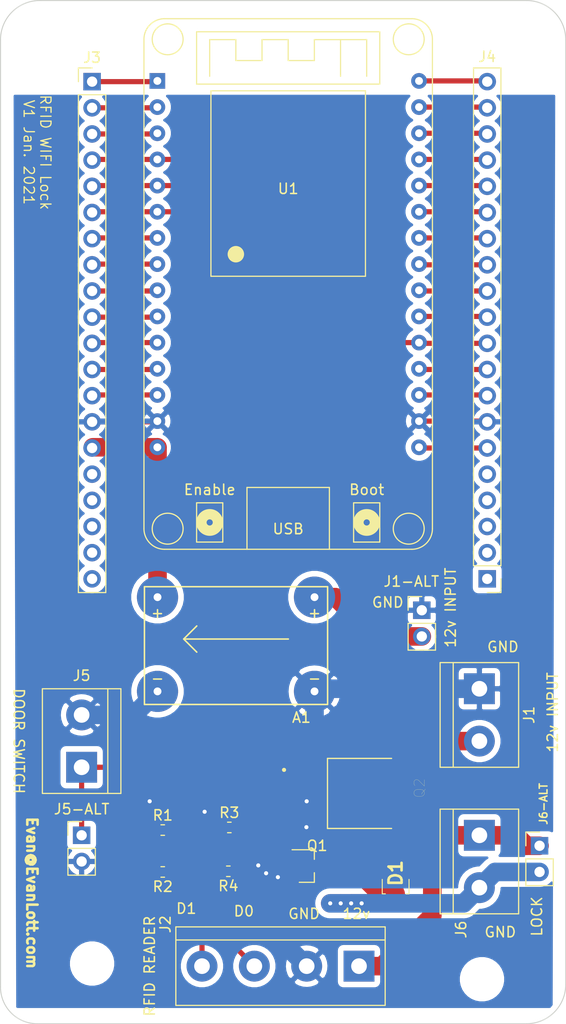
<source format=kicad_pcb>
(kicad_pcb (version 20171130) (host pcbnew "(5.1.6)-1")

  (general
    (thickness 1.6)
    (drawings 22)
    (tracks 186)
    (zones 0)
    (modules 22)
    (nets 44)
  )

  (page A4)
  (layers
    (0 F.Cu signal)
    (31 B.Cu signal)
    (32 B.Adhes user hide)
    (33 F.Adhes user hide)
    (34 B.Paste user hide)
    (35 F.Paste user hide)
    (36 B.SilkS user)
    (37 F.SilkS user)
    (38 B.Mask user)
    (39 F.Mask user)
    (40 Dwgs.User user hide)
    (41 Cmts.User user)
    (42 Eco1.User user hide)
    (43 Eco2.User user hide)
    (44 Edge.Cuts user)
    (45 Margin user hide)
    (46 B.CrtYd user)
    (47 F.CrtYd user)
    (48 B.Fab user hide)
    (49 F.Fab user hide)
  )

  (setup
    (last_trace_width 1.8)
    (user_trace_width 0.5)
    (user_trace_width 1.8)
    (trace_clearance 0.55)
    (zone_clearance 0.508)
    (zone_45_only yes)
    (trace_min 0.2)
    (via_size 0.8)
    (via_drill 0.4)
    (via_min_size 0.4)
    (via_min_drill 0.3)
    (uvia_size 0.3)
    (uvia_drill 0.1)
    (uvias_allowed no)
    (uvia_min_size 0.2)
    (uvia_min_drill 0.1)
    (edge_width 0.1)
    (segment_width 0.2)
    (pcb_text_width 0.3)
    (pcb_text_size 1.5 1.5)
    (mod_edge_width 0.15)
    (mod_text_size 1 1)
    (mod_text_width 0.15)
    (pad_size 1.7 1.7)
    (pad_drill 1)
    (pad_to_mask_clearance 0)
    (aux_axis_origin 0 0)
    (visible_elements 7FFFFFFF)
    (pcbplotparams
      (layerselection 0x010fc_ffffffff)
      (usegerberextensions false)
      (usegerberattributes true)
      (usegerberadvancedattributes true)
      (creategerberjobfile true)
      (excludeedgelayer true)
      (linewidth 0.150000)
      (plotframeref false)
      (viasonmask false)
      (mode 1)
      (useauxorigin false)
      (hpglpennumber 1)
      (hpglpenspeed 20)
      (hpglpendiameter 15.000000)
      (psnegative false)
      (psa4output false)
      (plotreference true)
      (plotvalue true)
      (plotinvisibletext false)
      (padsonsilk false)
      (subtractmaskfromsilk false)
      (outputformat 1)
      (mirror false)
      (drillshape 0)
      (scaleselection 1)
      (outputdirectory "gerber"))
  )

  (net 0 "")
  (net 1 J6-12v)
  (net 2 GND)
  (net 3 "Net-(J3-Pad20)")
  (net 4 +5V)
  (net 5 "Net-(J3-Pad18)")
  (net 6 "Net-(J3-Pad17)")
  (net 7 "Net-(J3-Pad16)")
  (net 8 "Net-(J3-Pad13)")
  (net 9 "Net-(J3-Pad12)")
  (net 10 "Net-(J3-Pad11)")
  (net 11 "Net-(J3-Pad10)")
  (net 12 "Net-(J3-Pad9)")
  (net 13 "Net-(J3-Pad8)")
  (net 14 "Net-(J3-Pad7)")
  (net 15 "Net-(J3-Pad3)")
  (net 16 "Net-(J3-Pad2)")
  (net 17 "Net-(J4-Pad1)")
  (net 18 "Net-(J4-Pad2)")
  (net 19 "Net-(J4-Pad3)")
  (net 20 "Net-(J4-Pad4)")
  (net 21 "Net-(J4-Pad5)")
  (net 22 "Net-(J4-Pad6)")
  (net 23 "Net-(J4-Pad8)")
  (net 24 "Net-(J4-Pad9)")
  (net 25 "Net-(J4-Pad11)")
  (net 26 "Net-(J4-Pad12)")
  (net 27 "Net-(J4-Pad13)")
  (net 28 "Net-(J4-Pad15)")
  (net 29 "Net-(J4-Pad16)")
  (net 30 "Net-(J4-Pad17)")
  (net 31 "Net-(J4-Pad18)")
  (net 32 "Net-(J4-Pad19)")
  (net 33 IO32)
  (net 34 IO4)
  (net 35 IO35)
  (net 36 IO34)
  (net 37 "Net-(J3-Pad19)")
  (net 38 "Net-(J3-Pad1)")
  (net 39 "Net-(J4-Pad20)")
  (net 40 "Net-(J4-Pad14)")
  (net 41 "Net-(J2-Pad4)")
  (net 42 "Net-(J2-Pad3)")
  (net 43 "Net-(D1-Pad2)")

  (net_class Default "This is the default net class."
    (clearance 0.55)
    (trace_width 0.25)
    (via_dia 0.8)
    (via_drill 0.4)
    (uvia_dia 0.3)
    (uvia_drill 0.1)
    (add_net +5V)
    (add_net GND)
    (add_net IO32)
    (add_net IO34)
    (add_net IO35)
    (add_net IO4)
    (add_net J6-12v)
    (add_net "Net-(D1-Pad2)")
    (add_net "Net-(J2-Pad3)")
    (add_net "Net-(J2-Pad4)")
    (add_net "Net-(J3-Pad1)")
    (add_net "Net-(J3-Pad10)")
    (add_net "Net-(J3-Pad11)")
    (add_net "Net-(J3-Pad12)")
    (add_net "Net-(J3-Pad13)")
    (add_net "Net-(J3-Pad16)")
    (add_net "Net-(J3-Pad17)")
    (add_net "Net-(J3-Pad18)")
    (add_net "Net-(J3-Pad19)")
    (add_net "Net-(J3-Pad2)")
    (add_net "Net-(J3-Pad20)")
    (add_net "Net-(J3-Pad3)")
    (add_net "Net-(J3-Pad7)")
    (add_net "Net-(J3-Pad8)")
    (add_net "Net-(J3-Pad9)")
    (add_net "Net-(J4-Pad1)")
    (add_net "Net-(J4-Pad11)")
    (add_net "Net-(J4-Pad12)")
    (add_net "Net-(J4-Pad13)")
    (add_net "Net-(J4-Pad14)")
    (add_net "Net-(J4-Pad15)")
    (add_net "Net-(J4-Pad16)")
    (add_net "Net-(J4-Pad17)")
    (add_net "Net-(J4-Pad18)")
    (add_net "Net-(J4-Pad19)")
    (add_net "Net-(J4-Pad2)")
    (add_net "Net-(J4-Pad20)")
    (add_net "Net-(J4-Pad3)")
    (add_net "Net-(J4-Pad4)")
    (add_net "Net-(J4-Pad5)")
    (add_net "Net-(J4-Pad6)")
    (add_net "Net-(J4-Pad8)")
    (add_net "Net-(J4-Pad9)")
  )

  (net_class +12v ""
    (clearance 0.55)
    (trace_width 1.8)
    (via_dia 0.8)
    (via_drill 0.4)
    (uvia_dia 0.3)
    (uvia_drill 0.1)
  )

  (module Connector_PinHeader_2.54mm:PinHeader_1x02_P2.54mm_Vertical (layer F.Cu) (tedit 60126B04) (tstamp 601276E2)
    (at 212.598 130.048)
    (descr "Through hole straight pin header, 1x02, 2.54mm pitch, single row")
    (tags "Through hole pin header THT 1x02 2.54mm single row")
    (fp_text reference J6-ALT (at 0.381 -4.064 90) (layer F.SilkS)
      (effects (font (size 0.75 0.75) (thickness 0.15)))
    )
    (fp_text value PinHeader_1x02_P2.54mm_Vertical (at 0 4.87) (layer F.Fab)
      (effects (font (size 1 1) (thickness 0.15)))
    )
    (fp_text user %R (at 0 1.27 90) (layer F.Fab)
      (effects (font (size 1 1) (thickness 0.15)))
    )
    (fp_line (start -0.635 -1.27) (end 1.27 -1.27) (layer F.Fab) (width 0.1))
    (fp_line (start 1.27 -1.27) (end 1.27 3.81) (layer F.Fab) (width 0.1))
    (fp_line (start 1.27 3.81) (end -1.27 3.81) (layer F.Fab) (width 0.1))
    (fp_line (start -1.27 3.81) (end -1.27 -0.635) (layer F.Fab) (width 0.1))
    (fp_line (start -1.27 -0.635) (end -0.635 -1.27) (layer F.Fab) (width 0.1))
    (fp_line (start -1.33 3.87) (end 1.33 3.87) (layer F.SilkS) (width 0.12))
    (fp_line (start -1.33 1.27) (end -1.33 3.87) (layer F.SilkS) (width 0.12))
    (fp_line (start 1.33 1.27) (end 1.33 3.87) (layer F.SilkS) (width 0.12))
    (fp_line (start -1.33 1.27) (end 1.33 1.27) (layer F.SilkS) (width 0.12))
    (fp_line (start -1.33 0) (end -1.33 -1.33) (layer F.SilkS) (width 0.12))
    (fp_line (start -1.33 -1.33) (end 0 -1.33) (layer F.SilkS) (width 0.12))
    (fp_line (start -1.8 -1.8) (end -1.8 4.35) (layer F.CrtYd) (width 0.05))
    (fp_line (start -1.8 4.35) (end 1.8 4.35) (layer F.CrtYd) (width 0.05))
    (fp_line (start 1.8 4.35) (end 1.8 -1.8) (layer F.CrtYd) (width 0.05))
    (fp_line (start 1.8 -1.8) (end -1.8 -1.8) (layer F.CrtYd) (width 0.05))
    (pad 2 thru_hole oval (at 0 2.54) (size 1.7 1.7) (drill 1) (layers *.Cu *.Mask)
      (net 43 "Net-(D1-Pad2)"))
    (pad 1 thru_hole rect (at 0 0) (size 1.7 1.7) (drill 1) (layers *.Cu *.Mask)
      (net 1 J6-12v))
    (model ${KISYS3DMOD}/Connector_PinHeader_2.54mm.3dshapes/PinHeader_1x02_P2.54mm_Vertical.wrl
      (at (xyz 0 0 0))
      (scale (xyz 1 1 1))
      (rotate (xyz 0 0 0))
    )
  )

  (module Connector_PinHeader_2.54mm:PinHeader_1x02_P2.54mm_Vertical (layer F.Cu) (tedit 60126A3B) (tstamp 6012768D)
    (at 201.168 107.188)
    (descr "Through hole straight pin header, 1x02, 2.54mm pitch, single row")
    (tags "Through hole pin header THT 1x02 2.54mm single row")
    (fp_text reference J1-ALT (at -1.016 -2.794) (layer F.SilkS)
      (effects (font (size 1 1) (thickness 0.15)))
    )
    (fp_text value PinHeader_1x02_P2.54mm_Vertical (at 0 4.87) (layer F.Fab)
      (effects (font (size 1 1) (thickness 0.15)))
    )
    (fp_text user %R (at 0 1.27 90) (layer F.Fab)
      (effects (font (size 1 1) (thickness 0.15)))
    )
    (fp_line (start -0.635 -1.27) (end 1.27 -1.27) (layer F.Fab) (width 0.1))
    (fp_line (start 1.27 -1.27) (end 1.27 3.81) (layer F.Fab) (width 0.1))
    (fp_line (start 1.27 3.81) (end -1.27 3.81) (layer F.Fab) (width 0.1))
    (fp_line (start -1.27 3.81) (end -1.27 -0.635) (layer F.Fab) (width 0.1))
    (fp_line (start -1.27 -0.635) (end -0.635 -1.27) (layer F.Fab) (width 0.1))
    (fp_line (start -1.33 3.87) (end 1.33 3.87) (layer F.SilkS) (width 0.12))
    (fp_line (start -1.33 1.27) (end -1.33 3.87) (layer F.SilkS) (width 0.12))
    (fp_line (start 1.33 1.27) (end 1.33 3.87) (layer F.SilkS) (width 0.12))
    (fp_line (start -1.33 1.27) (end 1.33 1.27) (layer F.SilkS) (width 0.12))
    (fp_line (start -1.33 0) (end -1.33 -1.33) (layer F.SilkS) (width 0.12))
    (fp_line (start -1.33 -1.33) (end 0 -1.33) (layer F.SilkS) (width 0.12))
    (fp_line (start -1.8 -1.8) (end -1.8 4.35) (layer F.CrtYd) (width 0.05))
    (fp_line (start -1.8 4.35) (end 1.8 4.35) (layer F.CrtYd) (width 0.05))
    (fp_line (start 1.8 4.35) (end 1.8 -1.8) (layer F.CrtYd) (width 0.05))
    (fp_line (start 1.8 -1.8) (end -1.8 -1.8) (layer F.CrtYd) (width 0.05))
    (pad 2 thru_hole oval (at 0 2.54) (size 1.7 1.7) (drill 1) (layers *.Cu *.Mask)
      (net 1 J6-12v))
    (pad 1 thru_hole rect (at 0 0) (size 1.7 1.7) (drill 1) (layers *.Cu *.Mask)
      (net 2 GND))
    (model ${KISYS3DMOD}/Connector_PinHeader_2.54mm.3dshapes/PinHeader_1x02_P2.54mm_Vertical.wrl
      (at (xyz 0 0 0))
      (scale (xyz 1 1 1))
      (rotate (xyz 0 0 0))
    )
  )

  (module Connector_PinHeader_2.54mm:PinHeader_1x02_P2.54mm_Vertical (layer F.Cu) (tedit 60126B43) (tstamp 60127638)
    (at 168.148 129.032)
    (descr "Through hole straight pin header, 1x02, 2.54mm pitch, single row")
    (tags "Through hole pin header THT 1x02 2.54mm single row")
    (fp_text reference J5-ALT (at 0 -2.54) (layer F.SilkS)
      (effects (font (size 1 1) (thickness 0.15)))
    )
    (fp_text value PinHeader_1x02_P2.54mm_Vertical (at 0 4.87) (layer F.Fab)
      (effects (font (size 1 1) (thickness 0.15)))
    )
    (fp_text user %R (at 0 1.27 90) (layer F.Fab)
      (effects (font (size 1 1) (thickness 0.15)))
    )
    (fp_line (start -0.635 -1.27) (end 1.27 -1.27) (layer F.Fab) (width 0.1))
    (fp_line (start 1.27 -1.27) (end 1.27 3.81) (layer F.Fab) (width 0.1))
    (fp_line (start 1.27 3.81) (end -1.27 3.81) (layer F.Fab) (width 0.1))
    (fp_line (start -1.27 3.81) (end -1.27 -0.635) (layer F.Fab) (width 0.1))
    (fp_line (start -1.27 -0.635) (end -0.635 -1.27) (layer F.Fab) (width 0.1))
    (fp_line (start -1.33 3.87) (end 1.33 3.87) (layer F.SilkS) (width 0.12))
    (fp_line (start -1.33 1.27) (end -1.33 3.87) (layer F.SilkS) (width 0.12))
    (fp_line (start 1.33 1.27) (end 1.33 3.87) (layer F.SilkS) (width 0.12))
    (fp_line (start -1.33 1.27) (end 1.33 1.27) (layer F.SilkS) (width 0.12))
    (fp_line (start -1.33 0) (end -1.33 -1.33) (layer F.SilkS) (width 0.12))
    (fp_line (start -1.33 -1.33) (end 0 -1.33) (layer F.SilkS) (width 0.12))
    (fp_line (start -1.8 -1.8) (end -1.8 4.35) (layer F.CrtYd) (width 0.05))
    (fp_line (start -1.8 4.35) (end 1.8 4.35) (layer F.CrtYd) (width 0.05))
    (fp_line (start 1.8 4.35) (end 1.8 -1.8) (layer F.CrtYd) (width 0.05))
    (fp_line (start 1.8 -1.8) (end -1.8 -1.8) (layer F.CrtYd) (width 0.05))
    (pad 2 thru_hole oval (at 0 2.54) (size 1.7 1.7) (drill 1) (layers *.Cu *.Mask)
      (net 2 GND))
    (pad 1 thru_hole rect (at 0 0) (size 1.7 1.7) (drill 1) (layers *.Cu *.Mask)
      (net 33 IO32))
    (model ${KISYS3DMOD}/Connector_PinHeader_2.54mm.3dshapes/PinHeader_1x02_P2.54mm_Vertical.wrl
      (at (xyz 0 0 0))
      (scale (xyz 1 1 1))
      (rotate (xyz 0 0 0))
    )
  )

  (module AOD4184A:DPAK228P994X240-4N (layer F.Cu) (tedit 5FADE0D4) (tstamp 600A49BB)
    (at 194.056 124.968 270)
    (path /6019CA35)
    (fp_text reference Q2 (at -0.525955 -6.893605 90) (layer F.SilkS)
      (effects (font (size 1.001835 1.001835) (thickness 0.015)))
    )
    (fp_text value AOD4184A (at 7.4423 7.13075 90) (layer F.Fab)
      (effects (font (size 1.001654 1.001654) (thickness 0.015)))
    )
    (fp_circle (center -2.286 6.261) (end -2.186 6.261) (layer F.Fab) (width 0.2))
    (fp_line (start 3.65 5.85) (end 3.65 -5.85) (layer F.CrtYd) (width 0.05))
    (fp_line (start -3.65 5.85) (end 3.65 5.85) (layer F.CrtYd) (width 0.05))
    (fp_poly (pts (xy 0.55 -1.01) (xy 2.27 -1.01) (xy 2.27 0.35) (xy 0.55 0.35)) (layer F.Paste) (width 0.01))
    (fp_poly (pts (xy 0.55 -3.12) (xy 2.27 -3.12) (xy 2.27 -1.76) (xy 0.55 -1.76)) (layer F.Paste) (width 0.01))
    (fp_poly (pts (xy 0.55 -5.23) (xy 2.27 -5.23) (xy 2.27 -3.87) (xy 0.55 -3.87)) (layer F.Paste) (width 0.01))
    (fp_poly (pts (xy -2.27 -1.01) (xy -0.55 -1.01) (xy -0.55 0.35) (xy -2.27 0.35)) (layer F.Paste) (width 0.01))
    (fp_poly (pts (xy -2.27 -3.12) (xy -0.55 -3.12) (xy -0.55 -1.76) (xy -2.27 -1.76)) (layer F.Paste) (width 0.01))
    (fp_poly (pts (xy -2.27 -5.23) (xy -0.55 -5.23) (xy -0.55 -3.87) (xy -2.27 -3.87)) (layer F.Paste) (width 0.01))
    (fp_line (start 3.4 2.044) (end 3.4 -4.176) (layer F.Fab) (width 0.127))
    (fp_line (start -3.4 -4.176) (end 3.4 -4.176) (layer F.Fab) (width 0.127))
    (fp_line (start -3.4 2.044) (end -3.4 -4.176) (layer F.Fab) (width 0.127))
    (fp_line (start 3.4 2.044) (end -3.4 2.044) (layer F.Fab) (width 0.127))
    (fp_line (start 3.4 2.044) (end -3.4 2.044) (layer F.SilkS) (width 0.127))
    (fp_line (start 3.4 -4.176) (end 3.4 2.044) (layer F.SilkS) (width 0.127))
    (fp_line (start -3.4 -4.176) (end -3.4 2.044) (layer F.SilkS) (width 0.127))
    (fp_line (start -3.65 -5.85) (end -3.65 5.85) (layer F.CrtYd) (width 0.05))
    (fp_line (start 3.65 -5.85) (end -3.65 -5.85) (layer F.CrtYd) (width 0.05))
    (fp_circle (center -2.286 6.261) (end -2.186 6.261) (layer F.SilkS) (width 0.2))
    (pad 4 smd rect (at 0 -2.44 270) (size 5.67 6.32) (layers F.Cu F.Mask)
      (net 43 "Net-(D1-Pad2)"))
    (pad 3 smd rect (at 2.286 4.09 270) (size 0.97 3.02) (layers F.Cu F.Paste F.Mask)
      (net 2 GND))
    (pad 1 smd rect (at -2.286 4.09 270) (size 0.97 3.02) (layers F.Cu F.Paste F.Mask)
      (net 34 IO4))
  )

  (module MountingHole:MountingHole_3.2mm_M3 (layer F.Cu) (tedit 56D1B4CB) (tstamp 60128114)
    (at 211.709 51.562)
    (descr "Mounting Hole 3.2mm, no annular, M3")
    (tags "mounting hole 3.2mm no annular m3")
    (attr virtual)
    (fp_text reference REF** (at 0 -4.2) (layer F.SilkS) hide
      (effects (font (size 1 1) (thickness 0.15)))
    )
    (fp_text value MountingHole_3.2mm_M3 (at 2.286 12.954 90) (layer F.Fab)
      (effects (font (size 1 1) (thickness 0.15)))
    )
    (fp_circle (center 0 0) (end 3.45 0) (layer F.CrtYd) (width 0.05))
    (fp_circle (center 0 0) (end 3.2 0) (layer Cmts.User) (width 0.15))
    (fp_text user %R (at 0.3 0) (layer F.Fab)
      (effects (font (size 1 1) (thickness 0.15)))
    )
    (pad 1 np_thru_hole circle (at 0 0) (size 3.2 3.2) (drill 3.2) (layers *.Cu *.Mask))
  )

  (module MountingHole:MountingHole_3.2mm_M3 (layer F.Cu) (tedit 56D1B4CB) (tstamp 6008FF9D)
    (at 163.83 51.562)
    (descr "Mounting Hole 3.2mm, no annular, M3")
    (tags "mounting hole 3.2mm no annular m3")
    (attr virtual)
    (fp_text reference REF** (at 0 -4.2) (layer F.SilkS) hide
      (effects (font (size 1 1) (thickness 0.15)))
    )
    (fp_text value MountingHole_3.2mm_M3 (at 0 4.2) (layer F.Fab)
      (effects (font (size 1 1) (thickness 0.15)))
    )
    (fp_circle (center 0 0) (end 3.45 0) (layer F.CrtYd) (width 0.05))
    (fp_circle (center 0 0) (end 3.2 0) (layer Cmts.User) (width 0.15))
    (fp_text user %R (at 0.3 0) (layer F.Fab)
      (effects (font (size 1 1) (thickness 0.15)))
    )
    (pad 1 np_thru_hole circle (at 0 0) (size 3.2 3.2) (drill 3.2) (layers *.Cu *.Mask))
  )

  (module MountingHole:MountingHole_3.2mm_M3 (layer F.Cu) (tedit 56D1B4CB) (tstamp 6008FF53)
    (at 207.01 143.002)
    (descr "Mounting Hole 3.2mm, no annular, M3")
    (tags "mounting hole 3.2mm no annular m3")
    (attr virtual)
    (fp_text reference REF** (at 0 -4.2) (layer F.SilkS) hide
      (effects (font (size 1 1) (thickness 0.15)))
    )
    (fp_text value MountingHole_3.2mm_M3 (at -1.27 5.842) (layer F.Fab)
      (effects (font (size 1 1) (thickness 0.15)))
    )
    (fp_circle (center 0 0) (end 3.45 0) (layer F.CrtYd) (width 0.05))
    (fp_circle (center 0 0) (end 3.2 0) (layer Cmts.User) (width 0.15))
    (fp_text user %R (at 0.3 0) (layer F.Fab)
      (effects (font (size 1 1) (thickness 0.15)))
    )
    (pad 1 np_thru_hole circle (at 0 0) (size 3.2 3.2) (drill 3.2) (layers *.Cu *.Mask))
  )

  (module MountingHole:MountingHole_3.2mm_M3 (layer F.Cu) (tedit 56D1B4CB) (tstamp 6008FF1B)
    (at 169.164 141.478)
    (descr "Mounting Hole 3.2mm, no annular, M3")
    (tags "mounting hole 3.2mm no annular m3")
    (attr virtual)
    (fp_text reference REF** (at 0 -4.2) (layer F.SilkS) hide
      (effects (font (size 1 1) (thickness 0.15)))
    )
    (fp_text value MountingHole_3.2mm_M3 (at 0 4.2) (layer F.Fab)
      (effects (font (size 1 1) (thickness 0.15)))
    )
    (fp_circle (center 0 0) (end 3.45 0) (layer F.CrtYd) (width 0.05))
    (fp_circle (center 0 0) (end 3.2 0) (layer Cmts.User) (width 0.15))
    (fp_text user %R (at 0.3 0) (layer F.Fab)
      (effects (font (size 1 1) (thickness 0.15)))
    )
    (pad 1 np_thru_hole circle (at 0 0) (size 3.2 3.2) (drill 3.2) (layers *.Cu *.Mask))
  )

  (module Charleslabs_Parts:Mini360_Module (layer F.Cu) (tedit 6008E691) (tstamp 6005BD0C)
    (at 190.754 115.062 180)
    (path /5FAF4D2A)
    (fp_text reference A1 (at 1.27 -2.54 180) (layer F.SilkS)
      (effects (font (size 1 1) (thickness 0.15)))
    )
    (fp_text value Mini360_Module (at 7.62 7.62 180) (layer F.Fab)
      (effects (font (size 1 1) (thickness 0.15)))
    )
    (fp_line (start -1.27 10.16) (end -1.27 -1.27) (layer F.CrtYd) (width 0.12))
    (fp_line (start 16.51 10.16) (end -1.27 10.16) (layer F.CrtYd) (width 0.12))
    (fp_line (start 16.51 -1.27) (end 16.51 10.16) (layer F.CrtYd) (width 0.12))
    (fp_line (start -1.27 -1.27) (end 16.51 -1.27) (layer F.CrtYd) (width 0.12))
    (fp_line (start -1.27 -1.27) (end -1.27 10.16) (layer F.SilkS) (width 0.15))
    (fp_line (start -1.27 10.16) (end 16.51 10.16) (layer F.SilkS) (width 0.15))
    (fp_line (start 16.51 10.16) (end 16.51 -1.27) (layer F.SilkS) (width 0.15))
    (fp_line (start 16.51 -1.27) (end -1.27 -1.27) (layer F.SilkS) (width 0.15))
    (fp_line (start 2.54 5.08) (end 12.7 5.08) (layer F.SilkS) (width 0.15))
    (fp_line (start 11.43 3.81) (end 12.7 5.08) (layer F.SilkS) (width 0.15))
    (fp_line (start 12.7 5.08) (end 11.43 6.35) (layer F.SilkS) (width 0.15))
    (fp_text user - (at 0 1.27 180) (layer F.SilkS)
      (effects (font (size 1 1) (thickness 0.15)))
    )
    (fp_text user + (at 0 7.62 180) (layer F.SilkS)
      (effects (font (size 1 1) (thickness 0.15)))
    )
    (fp_text user - (at 15.24 1.27 180) (layer F.SilkS)
      (effects (font (size 1 1) (thickness 0.15)))
    )
    (fp_text user + (at 15.24 7.62 180) (layer F.SilkS)
      (effects (font (size 1 1) (thickness 0.15)))
    )
    (pad 2 thru_hole circle (at 0 0 180) (size 4 4) (drill 0.762) (layers *.Cu *.Mask)
      (net 2 GND))
    (pad 1 thru_hole circle (at 0 9.144 180) (size 4 4) (drill 0.762) (layers *.Cu *.Mask)
      (net 1 J6-12v))
    (pad 4 thru_hole custom (at 15.24 0 180) (size 4 4) (drill 0.762) (layers *.Cu *.Mask B.Paste)
      (net 2 GND) (zone_connect 0)
      (options (clearance outline) (anchor circle))
      (primitives
      ))
    (pad 3 thru_hole circle (at 15.24 9.144 180) (size 4 4) (drill 0.762) (layers *.Cu *.Mask)
      (net 4 +5V))
  )

  (module esp32_devkit_v1_doit:esp32_devkit_v1_doit (layer F.Cu) (tedit 5F4BBE44) (tstamp 6005D448)
    (at 188.198 55.81)
    (descr "ESPWROOM32, ESP32, 30 GPIOs version")
    (path /5FF419A5)
    (attr smd)
    (fp_text reference U1 (at 0 10.47) (layer F.SilkS)
      (effects (font (size 1 1) (thickness 0.15)))
    )
    (fp_text value ESP32_DevKit_V1_DOIT (at 0 8.7) (layer F.Fab)
      (effects (font (size 1 1) (thickness 0.15)))
    )
    (fp_circle (center 7.62 42.855) (end 7.92 42.855) (layer F.SilkS) (width 1))
    (fp_circle (center -7.62 42.855) (end -7.32 42.855) (layer F.SilkS) (width 1))
    (fp_line (start -6.35 40.95) (end -6.35 44.76) (layer F.SilkS) (width 0.12))
    (fp_line (start -8.89 40.95) (end -6.35 40.95) (layer F.SilkS) (width 0.12))
    (fp_line (start -8.89 44.76) (end -8.89 40.95) (layer F.SilkS) (width 0.12))
    (fp_line (start -6.35 44.76) (end -8.89 44.76) (layer F.SilkS) (width 0.12))
    (fp_line (start 6.35 44.76) (end 6.35 40.95) (layer F.SilkS) (width 0.12))
    (fp_line (start 8.89 44.76) (end 6.35 44.76) (layer F.SilkS) (width 0.12))
    (fp_line (start 8.89 40.95) (end 8.89 44.76) (layer F.SilkS) (width 0.12))
    (fp_line (start 6.35 40.95) (end 8.89 40.95) (layer F.SilkS) (width 0.12))
    (fp_circle (center -5.08 16.82) (end -4.68 16.82) (layer F.SilkS) (width 0.8))
    (fp_line (start -7.5 18.96) (end -7.5 0.96) (layer F.SilkS) (width 0.12))
    (fp_line (start 7.5 18.96) (end -7.5 18.96) (layer F.SilkS) (width 0.12))
    (fp_line (start 7.5 0.96) (end 7.5 18.96) (layer F.SilkS) (width 0.12))
    (fp_line (start -7.5 0.96) (end 7.5 0.96) (layer F.SilkS) (width 0.12))
    (fp_line (start 5.08 -4.008) (end 5.08 -0.452) (layer F.SilkS) (width 0.12))
    (fp_line (start 7.62 -4.008) (end 7.62 -0.452) (layer F.SilkS) (width 0.12))
    (fp_line (start 2.54 -4.008) (end 7.62 -4.008) (layer F.SilkS) (width 0.12))
    (fp_line (start 2.54 -1.976) (end 2.54 -4.008) (layer F.SilkS) (width 0.12))
    (fp_line (start 0 -1.976) (end 2.54 -1.976) (layer F.SilkS) (width 0.12))
    (fp_line (start 0 -4.008) (end 0 -1.976) (layer F.SilkS) (width 0.12))
    (fp_line (start -2.54 -4.008) (end 0 -4.008) (layer F.SilkS) (width 0.12))
    (fp_line (start -2.54 -1.976) (end -2.54 -4.008) (layer F.SilkS) (width 0.12))
    (fp_line (start -5.08 -1.976) (end -2.54 -1.976) (layer F.SilkS) (width 0.12))
    (fp_line (start -5.08 -4.008) (end -5.08 -1.976) (layer F.SilkS) (width 0.12))
    (fp_line (start -7.62 -4.008) (end -5.08 -4.008) (layer F.SilkS) (width 0.12))
    (fp_line (start -7.62 -0.452) (end -7.62 -4.008) (layer F.SilkS) (width 0.12))
    (fp_line (start -8.89 0.31) (end -8.89 -4.77) (layer F.SilkS) (width 0.12))
    (fp_line (start 8.89 0.31) (end -8.89 0.31) (layer F.SilkS) (width 0.12))
    (fp_line (start 8.89 -4.77) (end 8.89 0.31) (layer F.SilkS) (width 0.12))
    (fp_line (start -8.89 -4.77) (end 8.89 -4.77) (layer F.SilkS) (width 0.12))
    (fp_line (start -4 39.46) (end 4 39.46) (layer F.SilkS) (width 0.12))
    (fp_line (start 4 39.46) (end 4 45.46) (layer F.SilkS) (width 0.12))
    (fp_line (start -4 39.46) (end -4 45.46) (layer F.SilkS) (width 0.12))
    (fp_circle (center 11.7 43.46) (end 13.2 43.46) (layer F.SilkS) (width 0.12))
    (fp_circle (center -11.7 43.46) (end -10.2 43.46) (layer F.SilkS) (width 0.12))
    (fp_line (start -12 -6.04) (end 12 -6.04) (layer F.SilkS) (width 0.12))
    (fp_line (start -12 45.46) (end 12 45.46) (layer F.SilkS) (width 0.12))
    (fp_line (start -14 -4.04) (end -14 43.46) (layer F.SilkS) (width 0.12))
    (fp_line (start 14 43.46) (end 14 -4.04) (layer F.SilkS) (width 0.12))
    (fp_circle (center 11.7 -4.04) (end 13.2 -4.04) (layer F.SilkS) (width 0.12))
    (fp_circle (center -11.7 -4.04) (end -10.2 -4.04) (layer F.SilkS) (width 0.12))
    (fp_arc (start 12 43.46) (end 12 45.46) (angle -90) (layer F.SilkS) (width 0.12))
    (fp_arc (start -12 43.46) (end -14 43.46) (angle -90) (layer F.SilkS) (width 0.12))
    (fp_arc (start -12 -4.04) (end -12 -6.04) (angle -90) (layer F.SilkS) (width 0.12))
    (fp_arc (start 12 -4.04) (end 14 -4.04) (angle -90) (layer F.SilkS) (width 0.12))
    (fp_text user Enable (at -7.62 39.68) (layer F.SilkS)
      (effects (font (size 1 1) (thickness 0.15)))
    )
    (fp_text user Boot (at 7.62 39.68) (layer F.SilkS)
      (effects (font (size 1 1) (thickness 0.15)))
    )
    (fp_text user USB (at 0 43.49) (layer F.SilkS)
      (effects (font (size 1 1) (thickness 0.15)))
    )
    (pad 30 thru_hole circle (at 12.7 0) (size 1.524 1.524) (drill 0.762) (layers *.Cu *.Mask)
      (net 39 "Net-(J4-Pad20)"))
    (pad 29 thru_hole circle (at 12.7 2.54) (size 1.524 1.524) (drill 0.762) (layers *.Cu *.Mask)
      (net 32 "Net-(J4-Pad19)"))
    (pad 28 thru_hole circle (at 12.7 5.08) (size 1.524 1.524) (drill 0.762) (layers *.Cu *.Mask)
      (net 31 "Net-(J4-Pad18)"))
    (pad 27 thru_hole circle (at 12.7 7.62) (size 1.524 1.524) (drill 0.762) (layers *.Cu *.Mask)
      (net 30 "Net-(J4-Pad17)"))
    (pad 26 thru_hole circle (at 12.7 10.16) (size 1.524 1.524) (drill 0.762) (layers *.Cu *.Mask)
      (net 29 "Net-(J4-Pad16)"))
    (pad 25 thru_hole circle (at 12.7 12.7) (size 1.524 1.524) (drill 0.762) (layers *.Cu *.Mask)
      (net 28 "Net-(J4-Pad15)"))
    (pad 24 thru_hole circle (at 12.7 15.24) (size 1.524 1.524) (drill 0.762) (layers *.Cu *.Mask)
      (net 40 "Net-(J4-Pad14)"))
    (pad 23 thru_hole circle (at 12.7 17.78) (size 1.524 1.524) (drill 0.762) (layers *.Cu *.Mask)
      (net 27 "Net-(J4-Pad13)"))
    (pad 22 thru_hole circle (at 12.7 20.32) (size 1.524 1.524) (drill 0.762) (layers *.Cu *.Mask)
      (net 26 "Net-(J4-Pad12)"))
    (pad 21 thru_hole circle (at 12.7 22.86) (size 1.524 1.524) (drill 0.762) (layers *.Cu *.Mask)
      (net 25 "Net-(J4-Pad11)"))
    (pad 20 thru_hole circle (at 12.7 25.4) (size 1.524 1.524) (drill 0.762) (layers *.Cu *.Mask)
      (net 34 IO4))
    (pad 19 thru_hole circle (at 12.7 27.94) (size 1.524 1.524) (drill 0.762) (layers *.Cu *.Mask)
      (net 24 "Net-(J4-Pad9)"))
    (pad 18 thru_hole circle (at 12.7 30.48) (size 1.524 1.524) (drill 0.762) (layers *.Cu *.Mask)
      (net 23 "Net-(J4-Pad8)"))
    (pad 17 thru_hole circle (at 12.7 33.02) (size 1.524 1.524) (drill 0.762) (layers *.Cu *.Mask)
      (net 2 GND))
    (pad 16 thru_hole circle (at 12.7 35.56) (size 1.524 1.524) (drill 0.762) (layers *.Cu *.Mask)
      (net 22 "Net-(J4-Pad6)"))
    (pad 15 thru_hole circle (at -12.7 35.56) (size 1.524 1.524) (drill 0.762) (layers *.Cu *.Mask)
      (net 4 +5V))
    (pad 14 thru_hole circle (at -12.7 33.02) (size 1.524 1.524) (drill 0.762) (layers *.Cu *.Mask)
      (net 2 GND))
    (pad 13 thru_hole circle (at -12.7 30.48) (size 1.524 1.524) (drill 0.762) (layers *.Cu *.Mask)
      (net 8 "Net-(J3-Pad13)"))
    (pad 12 thru_hole circle (at -12.7 27.94) (size 1.524 1.524) (drill 0.762) (layers *.Cu *.Mask)
      (net 9 "Net-(J3-Pad12)"))
    (pad 11 thru_hole circle (at -12.7 25.4) (size 1.524 1.524) (drill 0.762) (layers *.Cu *.Mask)
      (net 10 "Net-(J3-Pad11)"))
    (pad 10 thru_hole circle (at -12.7 22.86) (size 1.524 1.524) (drill 0.762) (layers *.Cu *.Mask)
      (net 11 "Net-(J3-Pad10)"))
    (pad 9 thru_hole circle (at -12.7 20.32) (size 1.524 1.524) (drill 0.762) (layers *.Cu *.Mask)
      (net 12 "Net-(J3-Pad9)"))
    (pad 8 thru_hole circle (at -12.7 17.78) (size 1.524 1.524) (drill 0.762) (layers *.Cu *.Mask)
      (net 13 "Net-(J3-Pad8)"))
    (pad 7 thru_hole circle (at -12.7 15.24) (size 1.524 1.524) (drill 0.762) (layers *.Cu *.Mask)
      (net 14 "Net-(J3-Pad7)"))
    (pad 6 thru_hole circle (at -12.7 12.7) (size 1.524 1.524) (drill 0.762) (layers *.Cu *.Mask)
      (net 33 IO32))
    (pad 5 thru_hole circle (at -12.7 10.16) (size 1.524 1.524) (drill 0.762) (layers *.Cu *.Mask)
      (net 35 IO35))
    (pad 4 thru_hole circle (at -12.7 7.62) (size 1.524 1.524) (drill 0.762) (layers *.Cu *.Mask)
      (net 36 IO34))
    (pad 3 thru_hole circle (at -12.7 5.08) (size 1.524 1.524) (drill 0.762) (layers *.Cu *.Mask)
      (net 15 "Net-(J3-Pad3)"))
    (pad 2 thru_hole circle (at -12.7 2.54) (size 1.524 1.524) (drill 0.762) (layers *.Cu *.Mask)
      (net 16 "Net-(J3-Pad2)"))
    (pad 1 thru_hole rect (at -12.7 0) (size 1.524 1.524) (drill 0.762) (layers *.Cu *.Mask)
      (net 38 "Net-(J3-Pad1)"))
    (model ${KISYS3DMOD}/Button_Switch_SMD.3dshapes/SW_SPST_B3U-1000P-B.wrl
      (offset (xyz 7.5 -43 4))
      (scale (xyz 1 1 1))
      (rotate (xyz 0 0 90))
    )
    (model ${KISYS3DMOD}/Button_Switch_SMD.3dshapes/SW_SPST_B3U-1000P-B.wrl
      (offset (xyz -7.5 -43 4))
      (scale (xyz 1 1 1))
      (rotate (xyz 0 0 90))
    )
    (model ${KISYS3DMOD}/Connector_PinHeader_2.54mm.3dshapes/PinHeader_1x15_P2.54mm_Vertical.wrl
      (offset (xyz -12.7 0 2.5))
      (scale (xyz 1 1 1))
      (rotate (xyz 0 180 0))
    )
    (model ${KISYS3DMOD}/Connector_PinHeader_2.54mm.3dshapes/PinHeader_1x15_P2.54mm_Vertical.wrl
      (offset (xyz 12.7 0 2.5))
      (scale (xyz 1 1 1))
      (rotate (xyz 0 180 0))
    )
    (model ${VL_PACKAGES3D}/esp32_devkit_v1_doit.3dshapes/esp32_devkit_v1_doit.step
      (offset (xyz -12.7 0 2.5))
      (scale (xyz 1 1 1))
      (rotate (xyz 0 0 0))
    )
    (model ${KISYS3DMOD}/Connector_USB.3dshapes/USB_Micro-B_Molex_47346-0001.wrl
      (offset (xyz 0 -42 4))
      (scale (xyz 1 1 1))
      (rotate (xyz 0 0 0))
    )
    (model ${KISYS3DMOD}/LED_SMD.3dshapes/LED_1206_3216Metric.wrl
      (offset (xyz -6 -23 4))
      (scale (xyz 1 1 1))
      (rotate (xyz 0 0 -90))
    )
    (model ${KISYS3DMOD}/LED_SMD.3dshapes/LED_1206_3216Metric.wrl
      (offset (xyz 6 -23 4))
      (scale (xyz 1 1 1))
      (rotate (xyz 0 0 -90))
    )
    (model ${KISYS3DMOD}/Capacitor_Tantalum_SMD.3dshapes/CP_EIA-2012-15_AVX-P.wrl
      (offset (xyz -6.5 -27.5 4))
      (scale (xyz 1 1 1))
      (rotate (xyz 0 0 0))
    )
    (model ${KISYS3DMOD}/Package_TO_SOT_SMD.3dshapes/SOT-223.wrl
      (offset (xyz -6 -33 4))
      (scale (xyz 1 1 1))
      (rotate (xyz 0 0 -180))
    )
    (model ${KISYS3DMOD}/Resistor_SMD.3dshapes/R_0603_1608Metric.wrl
      (offset (xyz -7 -38.5 4))
      (scale (xyz 1 1 1))
      (rotate (xyz 0 0 0))
    )
    (model ${KISYS3DMOD}/Resistor_SMD.3dshapes/R_0603_1608Metric.wrl
      (offset (xyz 8.5 -38.5 4))
      (scale (xyz 1 1 1))
      (rotate (xyz 0 0 0))
    )
    (model ${KISYS3DMOD}/Resistor_SMD.3dshapes/R_0603_1608Metric.wrl
      (offset (xyz 5.5 -38.5 4))
      (scale (xyz 1 1 1))
      (rotate (xyz 0 0 0))
    )
    (model ${KISYS3DMOD}/Package_TO_SOT_SMD.3dshapes/SOT-23.wrl
      (offset (xyz -0.5 -27.5 4))
      (scale (xyz 1 1 1))
      (rotate (xyz 0 0 0))
    )
    (model ${KISYS3DMOD}/Package_TO_SOT_SMD.3dshapes/SOT-23.wrl
      (offset (xyz 6 -27.5 4))
      (scale (xyz 1 1 1))
      (rotate (xyz 0 0 -180))
    )
    (model ${KISYS3DMOD}/Resistor_SMD.3dshapes/R_0603_1608Metric.wrl
      (offset (xyz 9 -27.5 4))
      (scale (xyz 1 1 1))
      (rotate (xyz 0 0 90))
    )
    (model ${KISYS3DMOD}/Resistor_SMD.3dshapes/R_0603_1608Metric.wrl
      (offset (xyz -3.5 -27.5 4))
      (scale (xyz 1 1 1))
      (rotate (xyz 0 0 90))
    )
    (model ${KISYS3DMOD}/Capacitor_SMD.3dshapes/C_0603_1608Metric.wrl
      (offset (xyz -0.5 -38.5 4))
      (scale (xyz 1 1 1))
      (rotate (xyz 0 0 0))
    )
    (model ${KISYS3DMOD}/Diode_SMD.3dshapes/D_0603_1608Metric.wrl
      (offset (xyz -3 -38.5 4))
      (scale (xyz 1 1 1))
      (rotate (xyz 0 0 0))
    )
    (model ${KISYS3DMOD}/Resistor_SMD.3dshapes/R_0603_1608Metric.wrl
      (offset (xyz -3 -23 4))
      (scale (xyz 1 1 1))
      (rotate (xyz 0 0 90))
    )
    (model ${KISYS3DMOD}/Resistor_SMD.3dshapes/R_0603_1608Metric.wrl
      (offset (xyz -1.5 -23 4))
      (scale (xyz 1 1 1))
      (rotate (xyz 0 0 90))
    )
    (model ${KISYS3DMOD}/Resistor_SMD.3dshapes/R_0603_1608Metric.wrl
      (offset (xyz 0 -23 4))
      (scale (xyz 1 1 1))
      (rotate (xyz 0 0 90))
    )
    (model ${KISYS3DMOD}/Resistor_SMD.3dshapes/R_0603_1608Metric.wrl
      (offset (xyz 1.5 -23 4))
      (scale (xyz 1 1 1))
      (rotate (xyz 0 0 90))
    )
    (model ${KISYS3DMOD}/Resistor_SMD.3dshapes/R_0603_1608Metric.wrl
      (offset (xyz 3 -23 4))
      (scale (xyz 1 1 1))
      (rotate (xyz 0 0 90))
    )
    (model ${KISYS3DMOD}/Package_DFN_QFN.3dshapes/QFN-28-1EP_5x5mm_P0.5mm_EP3.35x3.35mm.wrl
      (offset (xyz 7 -33.5 4))
      (scale (xyz 1 1 1))
      (rotate (xyz 0 0 0))
    )
    (model ${KISYS3DMOD}/Resistor_SMD.3dshapes/R_0603_1608Metric.wrl
      (offset (xyz 8.5 -22 4))
      (scale (xyz 1 1 1))
      (rotate (xyz 0 0 0))
    )
    (model ${KISYS3DMOD}/Resistor_SMD.3dshapes/R_0603_1608Metric.wrl
      (offset (xyz 8.5 -24 4))
      (scale (xyz 1 1 1))
      (rotate (xyz 0 0 0))
    )
    (model ${KISYS3DMOD}/Capacitor_SMD.3dshapes/C_0603_1608Metric.wrl
      (offset (xyz -8.5 -22 4))
      (scale (xyz 1 1 1))
      (rotate (xyz 0 0 0))
    )
    (model ${KISYS3DMOD}/Capacitor_SMD.3dshapes/C_0603_1608Metric.wrl
      (offset (xyz -8.5 -24 4))
      (scale (xyz 1 1 1))
      (rotate (xyz 0 0 0))
    )
    (model ${KISYS3DMOD}/RF_Module.3dshapes/ESP32-WROOM-32.wrl
      (offset (xyz 0 -10 4))
      (scale (xyz 1 1 1))
      (rotate (xyz 0 0 0))
    )
    (model "${KIPRJMOD}/KiCAD Libraries/esp32_devkit_v1_doit/packages3d/esp32_devkit_v1_doit.3dshapes/esp32_devkit_v1_doit.step"
      (offset (xyz -12.5 0 2.5))
      (scale (xyz 1 1 1))
      (rotate (xyz 0 0 0))
    )
  )

  (module SamacSys_Parts:V8PAM10SHM3H (layer F.Cu) (tedit 0) (tstamp 6005BD1F)
    (at 198.628 132.588 270)
    (descr V8PAM10SHM3/H-2)
    (tags "Schottky Diode")
    (path /5FFBAF64)
    (attr smd)
    (fp_text reference D1 (at 0.115 0 90) (layer F.SilkS)
      (effects (font (size 1.27 1.27) (thickness 0.254)))
    )
    (fp_text value V8PAM10S-M3_H (at 0.115 0 90) (layer F.SilkS) hide
      (effects (font (size 1.27 1.27) (thickness 0.254)))
    )
    (fp_line (start 2.125 1.3) (end 0.725 1.3) (layer F.SilkS) (width 0.1))
    (fp_line (start 2.125 1) (end 2.125 1.3) (layer F.SilkS) (width 0.1))
    (fp_line (start 2.125 -1.3) (end 2.125 -1) (layer F.SilkS) (width 0.1))
    (fp_line (start 0.725 -1.3) (end 2.125 -1.3) (layer F.SilkS) (width 0.1))
    (fp_line (start -3.645 2.3) (end -3.645 -2.3) (layer F.CrtYd) (width 0.1))
    (fp_line (start 3.875 2.3) (end -3.645 2.3) (layer F.CrtYd) (width 0.1))
    (fp_line (start 3.875 -2.3) (end 3.875 2.3) (layer F.CrtYd) (width 0.1))
    (fp_line (start -3.645 -2.3) (end 3.875 -2.3) (layer F.CrtYd) (width 0.1))
    (fp_line (start -2.125 1.3) (end -2.125 -1.3) (layer F.Fab) (width 0.2))
    (fp_line (start 2.125 1.3) (end -2.125 1.3) (layer F.Fab) (width 0.2))
    (fp_line (start 2.125 -1.3) (end 2.125 1.3) (layer F.Fab) (width 0.2))
    (fp_line (start -2.125 -1.3) (end 2.125 -1.3) (layer F.Fab) (width 0.2))
    (fp_text user %R (at 0.115 0 90) (layer F.Fab)
      (effects (font (size 1.27 1.27) (thickness 0.254)))
    )
    (pad 2 smd rect (at 2.125 0 270) (size 1.5 1.52) (layers F.Cu F.Paste F.Mask)
      (net 43 "Net-(D1-Pad2)"))
    (pad 1 smd rect (at -1.095 0) (size 2.2 3.1) (layers F.Cu F.Paste F.Mask)
      (net 1 J6-12v))
    (model "C:\\Users\\ealot\\git\\tool_checkout_cabinet\\pcb\\tool_checkout_cabinet\\KiCAD Libraries\\SamacSys_Parts.3dshapes\\V8PAM10S-M3_H.stp"
      (at (xyz 0 0 0))
      (scale (xyz 1 1 1))
      (rotate (xyz 0 0 0))
    )
  )

  (module TerminalBlock:TerminalBlock_bornier-2_P5.08mm (layer F.Cu) (tedit 59FF03AB) (tstamp 60055834)
    (at 206.756 114.808 270)
    (descr "simple 2-pin terminal block, pitch 5.08mm, revamped version of bornier2")
    (tags "terminal block bornier2")
    (path /5FEC11C5)
    (fp_text reference J1 (at 2.54 -4.826 90) (layer F.SilkS)
      (effects (font (size 1 1) (thickness 0.15)))
    )
    (fp_text value Screw_Terminal_01x02 (at 2.54 5.08 90) (layer F.Fab)
      (effects (font (size 1 1) (thickness 0.15)))
    )
    (fp_line (start 7.79 4) (end -2.71 4) (layer F.CrtYd) (width 0.05))
    (fp_line (start 7.79 4) (end 7.79 -4) (layer F.CrtYd) (width 0.05))
    (fp_line (start -2.71 -4) (end -2.71 4) (layer F.CrtYd) (width 0.05))
    (fp_line (start -2.71 -4) (end 7.79 -4) (layer F.CrtYd) (width 0.05))
    (fp_line (start -2.54 3.81) (end 7.62 3.81) (layer F.SilkS) (width 0.12))
    (fp_line (start -2.54 -3.81) (end -2.54 3.81) (layer F.SilkS) (width 0.12))
    (fp_line (start 7.62 -3.81) (end -2.54 -3.81) (layer F.SilkS) (width 0.12))
    (fp_line (start 7.62 3.81) (end 7.62 -3.81) (layer F.SilkS) (width 0.12))
    (fp_line (start 7.62 2.54) (end -2.54 2.54) (layer F.SilkS) (width 0.12))
    (fp_line (start 7.54 -3.75) (end -2.46 -3.75) (layer F.Fab) (width 0.1))
    (fp_line (start 7.54 3.75) (end 7.54 -3.75) (layer F.Fab) (width 0.1))
    (fp_line (start -2.46 3.75) (end 7.54 3.75) (layer F.Fab) (width 0.1))
    (fp_line (start -2.46 -3.75) (end -2.46 3.75) (layer F.Fab) (width 0.1))
    (fp_line (start -2.41 2.55) (end 7.49 2.55) (layer F.Fab) (width 0.1))
    (fp_text user %R (at 2.54 0 90) (layer F.Fab)
      (effects (font (size 1 1) (thickness 0.15)))
    )
    (pad 2 thru_hole circle (at 5.08 0 270) (size 3 3) (drill 1.52) (layers *.Cu *.Mask)
      (net 1 J6-12v))
    (pad 1 thru_hole rect (at 0 0 270) (size 3 3) (drill 1.52) (layers *.Cu *.Mask)
      (net 2 GND))
    (model ${KISYS3DMOD}/TerminalBlock.3dshapes/TerminalBlock_bornier-2_P5.08mm.wrl
      (offset (xyz 2.539999961853027 0 0))
      (scale (xyz 1 1 1))
      (rotate (xyz 0 0 0))
    )
    (model "${KIPRJMOD}/KiCAD Libraries/SamacSys_Parts.3dshapes/1711725.stp"
      (offset (xyz -3 -4 0))
      (scale (xyz 1 1 1))
      (rotate (xyz 0 0 0))
    )
  )

  (module TerminalBlock:TerminalBlock_bornier-4_P5.08mm (layer F.Cu) (tedit 59FF03D1) (tstamp 6005584C)
    (at 195.072 141.732 180)
    (descr "simple 4-pin terminal block, pitch 5.08mm, revamped version of bornier4")
    (tags "terminal block bornier4")
    (path /5FC459A8)
    (fp_text reference J2 (at 18.796 4.064 90) (layer F.SilkS)
      (effects (font (size 1 1) (thickness 0.15)))
    )
    (fp_text value Screw_Terminal_01x04 (at 7.6 4.75) (layer F.Fab)
      (effects (font (size 1 1) (thickness 0.15)))
    )
    (fp_line (start 17.97 4) (end -2.73 4) (layer F.CrtYd) (width 0.05))
    (fp_line (start 17.97 4) (end 17.97 -4) (layer F.CrtYd) (width 0.05))
    (fp_line (start -2.73 -4) (end -2.73 4) (layer F.CrtYd) (width 0.05))
    (fp_line (start -2.73 -4) (end 17.97 -4) (layer F.CrtYd) (width 0.05))
    (fp_line (start -2.54 3.81) (end 17.78 3.81) (layer F.SilkS) (width 0.12))
    (fp_line (start -2.54 -3.81) (end 17.78 -3.81) (layer F.SilkS) (width 0.12))
    (fp_line (start 17.78 2.54) (end -2.54 2.54) (layer F.SilkS) (width 0.12))
    (fp_line (start 17.78 3.81) (end 17.78 -3.81) (layer F.SilkS) (width 0.12))
    (fp_line (start -2.54 -3.81) (end -2.54 3.81) (layer F.SilkS) (width 0.12))
    (fp_line (start 17.72 3.75) (end -2.43 3.75) (layer F.Fab) (width 0.1))
    (fp_line (start 17.72 -3.75) (end 17.72 3.75) (layer F.Fab) (width 0.1))
    (fp_line (start -2.48 -3.75) (end 17.72 -3.75) (layer F.Fab) (width 0.1))
    (fp_line (start -2.48 3.75) (end -2.48 -3.75) (layer F.Fab) (width 0.1))
    (fp_line (start -2.43 3.75) (end -2.48 3.75) (layer F.Fab) (width 0.1))
    (fp_line (start -2.48 2.55) (end 17.72 2.55) (layer F.Fab) (width 0.1))
    (fp_text user %R (at 7.62 0) (layer F.Fab)
      (effects (font (size 1 1) (thickness 0.15)))
    )
    (pad 4 thru_hole circle (at 15.24 0 180) (size 3 3) (drill 1.52) (layers *.Cu *.Mask)
      (net 41 "Net-(J2-Pad4)"))
    (pad 1 thru_hole rect (at 0 0 180) (size 3 3) (drill 1.52) (layers *.Cu *.Mask)
      (net 1 J6-12v))
    (pad 3 thru_hole circle (at 10.16 0 180) (size 3 3) (drill 1.52) (layers *.Cu *.Mask)
      (net 42 "Net-(J2-Pad3)"))
    (pad 2 thru_hole circle (at 5.08 0 180) (size 3 3) (drill 1.52) (layers *.Cu *.Mask)
      (net 2 GND))
    (model ${KISYS3DMOD}/TerminalBlock.3dshapes/TerminalBlock_bornier-4_P5.08mm.wrl
      (offset (xyz 7.619999885559082 0 0))
      (scale (xyz 1 1 1))
      (rotate (xyz 0 0 0))
    )
    (model "${KIPRJMOD}/KiCAD Libraries/SamacSys_Parts.3dshapes/1776119-4.stp"
      (offset (xyz 7.5 4 3))
      (scale (xyz 1 1 1))
      (rotate (xyz -90 0 180))
    )
  )

  (module Connector_PinHeader_2.54mm:PinHeader_1x20_P2.54mm_Vertical (layer F.Cu) (tedit 59FED5CC) (tstamp 60055874)
    (at 169.164 55.88)
    (descr "Through hole straight pin header, 1x20, 2.54mm pitch, single row")
    (tags "Through hole pin header THT 1x20 2.54mm single row")
    (path /5FB8A637)
    (fp_text reference J3 (at 0 -2.33) (layer F.SilkS)
      (effects (font (size 1 1) (thickness 0.15)))
    )
    (fp_text value Conn_01x20_Male (at 0 50.59) (layer F.Fab)
      (effects (font (size 1 1) (thickness 0.15)))
    )
    (fp_line (start 1.8 -1.8) (end -1.8 -1.8) (layer F.CrtYd) (width 0.05))
    (fp_line (start 1.8 50.05) (end 1.8 -1.8) (layer F.CrtYd) (width 0.05))
    (fp_line (start -1.8 50.05) (end 1.8 50.05) (layer F.CrtYd) (width 0.05))
    (fp_line (start -1.8 -1.8) (end -1.8 50.05) (layer F.CrtYd) (width 0.05))
    (fp_line (start -1.33 -1.33) (end 0 -1.33) (layer F.SilkS) (width 0.12))
    (fp_line (start -1.33 0) (end -1.33 -1.33) (layer F.SilkS) (width 0.12))
    (fp_line (start -1.33 1.27) (end 1.33 1.27) (layer F.SilkS) (width 0.12))
    (fp_line (start 1.33 1.27) (end 1.33 49.59) (layer F.SilkS) (width 0.12))
    (fp_line (start -1.33 1.27) (end -1.33 49.59) (layer F.SilkS) (width 0.12))
    (fp_line (start -1.33 49.59) (end 1.33 49.59) (layer F.SilkS) (width 0.12))
    (fp_line (start -1.27 -0.635) (end -0.635 -1.27) (layer F.Fab) (width 0.1))
    (fp_line (start -1.27 49.53) (end -1.27 -0.635) (layer F.Fab) (width 0.1))
    (fp_line (start 1.27 49.53) (end -1.27 49.53) (layer F.Fab) (width 0.1))
    (fp_line (start 1.27 -1.27) (end 1.27 49.53) (layer F.Fab) (width 0.1))
    (fp_line (start -0.635 -1.27) (end 1.27 -1.27) (layer F.Fab) (width 0.1))
    (fp_text user %R (at 0 24.13 90) (layer F.Fab)
      (effects (font (size 1 1) (thickness 0.15)))
    )
    (pad 20 thru_hole oval (at 0 48.26) (size 1.7 1.7) (drill 1) (layers *.Cu *.Mask)
      (net 3 "Net-(J3-Pad20)"))
    (pad 19 thru_hole oval (at 0 45.72) (size 1.7 1.7) (drill 1) (layers *.Cu *.Mask)
      (net 37 "Net-(J3-Pad19)"))
    (pad 18 thru_hole oval (at 0 43.18) (size 1.7 1.7) (drill 1) (layers *.Cu *.Mask)
      (net 5 "Net-(J3-Pad18)"))
    (pad 17 thru_hole oval (at 0 40.64) (size 1.7 1.7) (drill 1) (layers *.Cu *.Mask)
      (net 6 "Net-(J3-Pad17)"))
    (pad 16 thru_hole oval (at 0 38.1) (size 1.7 1.7) (drill 1) (layers *.Cu *.Mask)
      (net 7 "Net-(J3-Pad16)"))
    (pad 15 thru_hole oval (at 0 35.56) (size 1.7 1.7) (drill 1) (layers *.Cu *.Mask)
      (net 4 +5V))
    (pad 14 thru_hole oval (at 0 33.02) (size 1.7 1.7) (drill 1) (layers *.Cu *.Mask)
      (net 2 GND))
    (pad 13 thru_hole oval (at 0 30.48) (size 1.7 1.7) (drill 1) (layers *.Cu *.Mask)
      (net 8 "Net-(J3-Pad13)"))
    (pad 12 thru_hole oval (at 0 27.94) (size 1.7 1.7) (drill 1) (layers *.Cu *.Mask)
      (net 9 "Net-(J3-Pad12)"))
    (pad 11 thru_hole oval (at 0 25.4) (size 1.7 1.7) (drill 1) (layers *.Cu *.Mask)
      (net 10 "Net-(J3-Pad11)"))
    (pad 10 thru_hole oval (at 0 22.86) (size 1.7 1.7) (drill 1) (layers *.Cu *.Mask)
      (net 11 "Net-(J3-Pad10)"))
    (pad 9 thru_hole oval (at 0 20.32) (size 1.7 1.7) (drill 1) (layers *.Cu *.Mask)
      (net 12 "Net-(J3-Pad9)"))
    (pad 8 thru_hole oval (at 0 17.78) (size 1.7 1.7) (drill 1) (layers *.Cu *.Mask)
      (net 13 "Net-(J3-Pad8)"))
    (pad 7 thru_hole oval (at 0 15.24) (size 1.7 1.7) (drill 1) (layers *.Cu *.Mask)
      (net 14 "Net-(J3-Pad7)"))
    (pad 6 thru_hole oval (at 0 12.7) (size 1.7 1.7) (drill 1) (layers *.Cu *.Mask)
      (net 33 IO32))
    (pad 5 thru_hole oval (at 0 10.16) (size 1.7 1.7) (drill 1) (layers *.Cu *.Mask)
      (net 35 IO35))
    (pad 4 thru_hole oval (at 0 7.62) (size 1.7 1.7) (drill 1) (layers *.Cu *.Mask)
      (net 36 IO34))
    (pad 3 thru_hole oval (at 0 5.08) (size 1.7 1.7) (drill 1) (layers *.Cu *.Mask)
      (net 15 "Net-(J3-Pad3)"))
    (pad 2 thru_hole oval (at 0 2.54) (size 1.7 1.7) (drill 1) (layers *.Cu *.Mask)
      (net 16 "Net-(J3-Pad2)"))
    (pad 1 thru_hole rect (at 0 0) (size 1.7 1.7) (drill 1) (layers *.Cu *.Mask)
      (net 38 "Net-(J3-Pad1)"))
    (model ${KISYS3DMOD}/Connector_PinHeader_2.54mm.3dshapes/PinHeader_1x20_P2.54mm_Vertical.wrl
      (at (xyz 0 0 0))
      (scale (xyz 1 1 1))
      (rotate (xyz 0 0 0))
    )
  )

  (module Connector_PinHeader_2.54mm:PinHeader_1x20_P2.54mm_Vertical (layer F.Cu) (tedit 59FED5CC) (tstamp 6005DC2D)
    (at 207.518 104.14 180)
    (descr "Through hole straight pin header, 1x20, 2.54mm pitch, single row")
    (tags "Through hole pin header THT 1x20 2.54mm single row")
    (path /5FB91A4D)
    (fp_text reference J4 (at 0 50.673) (layer F.SilkS)
      (effects (font (size 1 1) (thickness 0.15)))
    )
    (fp_text value Conn_01x20_Male (at -2.794 29.464 90) (layer F.Fab)
      (effects (font (size 1 1) (thickness 0.15)))
    )
    (fp_line (start 1.8 -1.8) (end -1.8 -1.8) (layer F.CrtYd) (width 0.05))
    (fp_line (start 1.8 50.05) (end 1.8 -1.8) (layer F.CrtYd) (width 0.05))
    (fp_line (start -1.8 50.05) (end 1.8 50.05) (layer F.CrtYd) (width 0.05))
    (fp_line (start -1.8 -1.8) (end -1.8 50.05) (layer F.CrtYd) (width 0.05))
    (fp_line (start -1.33 -1.33) (end 0 -1.33) (layer F.SilkS) (width 0.12))
    (fp_line (start -1.33 0) (end -1.33 -1.33) (layer F.SilkS) (width 0.12))
    (fp_line (start -1.33 1.27) (end 1.33 1.27) (layer F.SilkS) (width 0.12))
    (fp_line (start 1.33 1.27) (end 1.33 49.59) (layer F.SilkS) (width 0.12))
    (fp_line (start -1.33 1.27) (end -1.33 49.59) (layer F.SilkS) (width 0.12))
    (fp_line (start -1.33 49.59) (end 1.33 49.59) (layer F.SilkS) (width 0.12))
    (fp_line (start -1.27 -0.635) (end -0.635 -1.27) (layer F.Fab) (width 0.1))
    (fp_line (start -1.27 49.53) (end -1.27 -0.635) (layer F.Fab) (width 0.1))
    (fp_line (start 1.27 49.53) (end -1.27 49.53) (layer F.Fab) (width 0.1))
    (fp_line (start 1.27 -1.27) (end 1.27 49.53) (layer F.Fab) (width 0.1))
    (fp_line (start -0.635 -1.27) (end 1.27 -1.27) (layer F.Fab) (width 0.1))
    (fp_text user %R (at 0 24.13 270) (layer F.Fab)
      (effects (font (size 1 1) (thickness 0.15)))
    )
    (pad 20 thru_hole oval (at 0 48.26 180) (size 1.7 1.7) (drill 1) (layers *.Cu *.Mask)
      (net 39 "Net-(J4-Pad20)"))
    (pad 19 thru_hole oval (at 0 45.72 180) (size 1.7 1.7) (drill 1) (layers *.Cu *.Mask)
      (net 32 "Net-(J4-Pad19)"))
    (pad 18 thru_hole oval (at 0 43.18 180) (size 1.7 1.7) (drill 1) (layers *.Cu *.Mask)
      (net 31 "Net-(J4-Pad18)"))
    (pad 17 thru_hole oval (at 0 40.64 180) (size 1.7 1.7) (drill 1) (layers *.Cu *.Mask)
      (net 30 "Net-(J4-Pad17)"))
    (pad 16 thru_hole oval (at 0 38.1 180) (size 1.7 1.7) (drill 1) (layers *.Cu *.Mask)
      (net 29 "Net-(J4-Pad16)"))
    (pad 15 thru_hole oval (at 0 35.56 180) (size 1.7 1.7) (drill 1) (layers *.Cu *.Mask)
      (net 28 "Net-(J4-Pad15)"))
    (pad 14 thru_hole oval (at 0 33.02 180) (size 1.7 1.7) (drill 1) (layers *.Cu *.Mask)
      (net 40 "Net-(J4-Pad14)"))
    (pad 13 thru_hole oval (at 0 30.48 180) (size 1.7 1.7) (drill 1) (layers *.Cu *.Mask)
      (net 27 "Net-(J4-Pad13)"))
    (pad 12 thru_hole oval (at 0 27.94 180) (size 1.7 1.7) (drill 1) (layers *.Cu *.Mask)
      (net 26 "Net-(J4-Pad12)"))
    (pad 11 thru_hole oval (at 0 25.4 180) (size 1.7 1.7) (drill 1) (layers *.Cu *.Mask)
      (net 25 "Net-(J4-Pad11)"))
    (pad 10 thru_hole oval (at 0 22.86 180) (size 1.7 1.7) (drill 1) (layers *.Cu *.Mask)
      (net 34 IO4))
    (pad 9 thru_hole oval (at 0 20.32 180) (size 1.7 1.7) (drill 1) (layers *.Cu *.Mask)
      (net 24 "Net-(J4-Pad9)"))
    (pad 8 thru_hole oval (at 0 17.78 180) (size 1.7 1.7) (drill 1) (layers *.Cu *.Mask)
      (net 23 "Net-(J4-Pad8)"))
    (pad 7 thru_hole oval (at 0 15.24 180) (size 1.7 1.7) (drill 1) (layers *.Cu *.Mask)
      (net 2 GND))
    (pad 6 thru_hole oval (at 0 12.7 180) (size 1.7 1.7) (drill 1) (layers *.Cu *.Mask)
      (net 22 "Net-(J4-Pad6)"))
    (pad 5 thru_hole oval (at 0 10.16 180) (size 1.7 1.7) (drill 1) (layers *.Cu *.Mask)
      (net 21 "Net-(J4-Pad5)"))
    (pad 4 thru_hole oval (at 0 7.62 180) (size 1.7 1.7) (drill 1) (layers *.Cu *.Mask)
      (net 20 "Net-(J4-Pad4)"))
    (pad 3 thru_hole oval (at 0 5.08 180) (size 1.7 1.7) (drill 1) (layers *.Cu *.Mask)
      (net 19 "Net-(J4-Pad3)"))
    (pad 2 thru_hole oval (at 0 2.54 180) (size 1.7 1.7) (drill 1) (layers *.Cu *.Mask)
      (net 18 "Net-(J4-Pad2)"))
    (pad 1 thru_hole rect (at 0 0 180) (size 1.7 1.7) (drill 1) (layers *.Cu *.Mask)
      (net 17 "Net-(J4-Pad1)"))
    (model ${KISYS3DMOD}/Connector_PinHeader_2.54mm.3dshapes/PinHeader_1x20_P2.54mm_Vertical.wrl
      (at (xyz 0 0 0))
      (scale (xyz 1 1 1))
      (rotate (xyz 0 0 0))
    )
  )

  (module TerminalBlock:TerminalBlock_bornier-2_P5.08mm (layer F.Cu) (tedit 59FF03AB) (tstamp 600558B1)
    (at 168.148 122.428 90)
    (descr "simple 2-pin terminal block, pitch 5.08mm, revamped version of bornier2")
    (tags "terminal block bornier2")
    (path /5FFA9526)
    (fp_text reference J5 (at 8.89 0) (layer F.SilkS)
      (effects (font (size 1 1) (thickness 0.15)))
    )
    (fp_text value Screw_Terminal_01x02 (at 2.54 5.08 90) (layer F.Fab)
      (effects (font (size 1 1) (thickness 0.15)))
    )
    (fp_line (start 7.79 4) (end -2.71 4) (layer F.CrtYd) (width 0.05))
    (fp_line (start 7.79 4) (end 7.79 -4) (layer F.CrtYd) (width 0.05))
    (fp_line (start -2.71 -4) (end -2.71 4) (layer F.CrtYd) (width 0.05))
    (fp_line (start -2.71 -4) (end 7.79 -4) (layer F.CrtYd) (width 0.05))
    (fp_line (start -2.54 3.81) (end 7.62 3.81) (layer F.SilkS) (width 0.12))
    (fp_line (start -2.54 -3.81) (end -2.54 3.81) (layer F.SilkS) (width 0.12))
    (fp_line (start 7.62 -3.81) (end -2.54 -3.81) (layer F.SilkS) (width 0.12))
    (fp_line (start 7.62 3.81) (end 7.62 -3.81) (layer F.SilkS) (width 0.12))
    (fp_line (start 7.62 2.54) (end -2.54 2.54) (layer F.SilkS) (width 0.12))
    (fp_line (start 7.54 -3.75) (end -2.46 -3.75) (layer F.Fab) (width 0.1))
    (fp_line (start 7.54 3.75) (end 7.54 -3.75) (layer F.Fab) (width 0.1))
    (fp_line (start -2.46 3.75) (end 7.54 3.75) (layer F.Fab) (width 0.1))
    (fp_line (start -2.46 -3.75) (end -2.46 3.75) (layer F.Fab) (width 0.1))
    (fp_line (start -2.41 2.55) (end 7.49 2.55) (layer F.Fab) (width 0.1))
    (fp_text user %R (at 2.54 0 90) (layer F.Fab)
      (effects (font (size 1 1) (thickness 0.15)))
    )
    (pad 2 thru_hole circle (at 5.08 0 90) (size 3 3) (drill 1.52) (layers *.Cu *.Mask)
      (net 2 GND))
    (pad 1 thru_hole rect (at 0 0 90) (size 3 3) (drill 1.52) (layers *.Cu *.Mask)
      (net 33 IO32))
    (model ${KISYS3DMOD}/TerminalBlock.3dshapes/TerminalBlock_bornier-2_P5.08mm.wrl
      (offset (xyz 2.539999961853027 0 0))
      (scale (xyz 1 1 1))
      (rotate (xyz 0 0 0))
    )
    (model "${KIPRJMOD}/KiCAD Libraries/SamacSys_Parts.3dshapes/1711725.stp"
      (offset (xyz -3 -3.5 0))
      (scale (xyz 1 1 1))
      (rotate (xyz 0 0 0))
    )
  )

  (module TerminalBlock:TerminalBlock_bornier-2_P5.08mm (layer F.Cu) (tedit 59FF03AB) (tstamp 6008F964)
    (at 206.756 129.032 270)
    (descr "simple 2-pin terminal block, pitch 5.08mm, revamped version of bornier2")
    (tags "terminal block bornier2")
    (path /5FF6118C)
    (fp_text reference J6 (at 9.144 1.778 90) (layer F.SilkS)
      (effects (font (size 1 1) (thickness 0.15)))
    )
    (fp_text value Screw_Terminal_01x02 (at 2.54 5.08 90) (layer F.Fab)
      (effects (font (size 1 1) (thickness 0.15)))
    )
    (fp_line (start 7.79 4) (end -2.71 4) (layer F.CrtYd) (width 0.05))
    (fp_line (start 7.79 4) (end 7.79 -4) (layer F.CrtYd) (width 0.05))
    (fp_line (start -2.71 -4) (end -2.71 4) (layer F.CrtYd) (width 0.05))
    (fp_line (start -2.71 -4) (end 7.79 -4) (layer F.CrtYd) (width 0.05))
    (fp_line (start -2.54 3.81) (end 7.62 3.81) (layer F.SilkS) (width 0.12))
    (fp_line (start -2.54 -3.81) (end -2.54 3.81) (layer F.SilkS) (width 0.12))
    (fp_line (start 7.62 -3.81) (end -2.54 -3.81) (layer F.SilkS) (width 0.12))
    (fp_line (start 7.62 3.81) (end 7.62 -3.81) (layer F.SilkS) (width 0.12))
    (fp_line (start 7.62 2.54) (end -2.54 2.54) (layer F.SilkS) (width 0.12))
    (fp_line (start 7.54 -3.75) (end -2.46 -3.75) (layer F.Fab) (width 0.1))
    (fp_line (start 7.54 3.75) (end 7.54 -3.75) (layer F.Fab) (width 0.1))
    (fp_line (start -2.46 3.75) (end 7.54 3.75) (layer F.Fab) (width 0.1))
    (fp_line (start -2.46 -3.75) (end -2.46 3.75) (layer F.Fab) (width 0.1))
    (fp_line (start -2.41 2.55) (end 7.49 2.55) (layer F.Fab) (width 0.1))
    (fp_text user %R (at 2.54 0 90) (layer F.Fab)
      (effects (font (size 1 1) (thickness 0.15)))
    )
    (pad 2 thru_hole circle (at 5.08 0 270) (size 3 3) (drill 1.52) (layers *.Cu *.Mask)
      (net 43 "Net-(D1-Pad2)"))
    (pad 1 thru_hole rect (at 0 0 270) (size 3 3) (drill 1.52) (layers *.Cu *.Mask)
      (net 1 J6-12v))
    (model ${KISYS3DMOD}/TerminalBlock.3dshapes/TerminalBlock_bornier-2_P5.08mm.wrl
      (offset (xyz 2.539999961853027 0 0))
      (scale (xyz 1 1 1))
      (rotate (xyz 0 0 0))
    )
    (model "${KIPRJMOD}/KiCAD Libraries/SamacSys_Parts.3dshapes/1711725.stp"
      (offset (xyz -2.5 -5 0))
      (scale (xyz 1 1 1))
      (rotate (xyz 0 0 0))
    )
  )

  (module Package_TO_SOT_SMD:SOT-23 (layer F.Cu) (tedit 5A02FF57) (tstamp 600558F0)
    (at 189.976 132.014)
    (descr "SOT-23, Standard")
    (tags SOT-23)
    (path /5FF37A1A)
    (attr smd)
    (fp_text reference Q1 (at 1.032 -1.966) (layer F.SilkS)
      (effects (font (size 1 1) (thickness 0.15)))
    )
    (fp_text value DMG2302U (at 0 2.5) (layer F.Fab)
      (effects (font (size 1 1) (thickness 0.15)))
    )
    (fp_line (start 0.76 1.58) (end -0.7 1.58) (layer F.SilkS) (width 0.12))
    (fp_line (start 0.76 -1.58) (end -1.4 -1.58) (layer F.SilkS) (width 0.12))
    (fp_line (start -1.7 1.75) (end -1.7 -1.75) (layer F.CrtYd) (width 0.05))
    (fp_line (start 1.7 1.75) (end -1.7 1.75) (layer F.CrtYd) (width 0.05))
    (fp_line (start 1.7 -1.75) (end 1.7 1.75) (layer F.CrtYd) (width 0.05))
    (fp_line (start -1.7 -1.75) (end 1.7 -1.75) (layer F.CrtYd) (width 0.05))
    (fp_line (start 0.76 -1.58) (end 0.76 -0.65) (layer F.SilkS) (width 0.12))
    (fp_line (start 0.76 1.58) (end 0.76 0.65) (layer F.SilkS) (width 0.12))
    (fp_line (start -0.7 1.52) (end 0.7 1.52) (layer F.Fab) (width 0.1))
    (fp_line (start 0.7 -1.52) (end 0.7 1.52) (layer F.Fab) (width 0.1))
    (fp_line (start -0.7 -0.95) (end -0.15 -1.52) (layer F.Fab) (width 0.1))
    (fp_line (start -0.15 -1.52) (end 0.7 -1.52) (layer F.Fab) (width 0.1))
    (fp_line (start -0.7 -0.95) (end -0.7 1.5) (layer F.Fab) (width 0.1))
    (fp_text user %R (at 0 0 90) (layer F.Fab)
      (effects (font (size 0.5 0.5) (thickness 0.075)))
    )
    (pad 3 smd rect (at 1 0) (size 0.9 0.8) (layers F.Cu F.Paste F.Mask)
      (net 43 "Net-(D1-Pad2)"))
    (pad 2 smd rect (at -1 0.95) (size 0.9 0.8) (layers F.Cu F.Paste F.Mask)
      (net 2 GND))
    (pad 1 smd rect (at -1 -0.95) (size 0.9 0.8) (layers F.Cu F.Paste F.Mask)
      (net 34 IO4))
    (model ${KISYS3DMOD}/Package_TO_SOT_SMD.3dshapes/SOT-23.wrl
      (at (xyz 0 0 0))
      (scale (xyz 1 1 1))
      (rotate (xyz 0 0 0))
    )
  )

  (module Resistor_SMD:R_0603_1608Metric_Pad1.05x0.95mm_HandSolder (layer F.Cu) (tedit 5B301BBD) (tstamp 60055901)
    (at 176.022 128.524)
    (descr "Resistor SMD 0603 (1608 Metric), square (rectangular) end terminal, IPC_7351 nominal with elongated pad for handsoldering. (Body size source: http://www.tortai-tech.com/upload/download/2011102023233369053.pdf), generated with kicad-footprint-generator")
    (tags "resistor handsolder")
    (path /5FEDE60D)
    (attr smd)
    (fp_text reference R1 (at 0 -1.43) (layer F.SilkS)
      (effects (font (size 1 1) (thickness 0.15)))
    )
    (fp_text value 10k (at 0 1.43) (layer F.Fab)
      (effects (font (size 1 1) (thickness 0.15)))
    )
    (fp_line (start 1.65 0.73) (end -1.65 0.73) (layer F.CrtYd) (width 0.05))
    (fp_line (start 1.65 -0.73) (end 1.65 0.73) (layer F.CrtYd) (width 0.05))
    (fp_line (start -1.65 -0.73) (end 1.65 -0.73) (layer F.CrtYd) (width 0.05))
    (fp_line (start -1.65 0.73) (end -1.65 -0.73) (layer F.CrtYd) (width 0.05))
    (fp_line (start -0.171267 0.51) (end 0.171267 0.51) (layer F.SilkS) (width 0.12))
    (fp_line (start -0.171267 -0.51) (end 0.171267 -0.51) (layer F.SilkS) (width 0.12))
    (fp_line (start 0.8 0.4) (end -0.8 0.4) (layer F.Fab) (width 0.1))
    (fp_line (start 0.8 -0.4) (end 0.8 0.4) (layer F.Fab) (width 0.1))
    (fp_line (start -0.8 -0.4) (end 0.8 -0.4) (layer F.Fab) (width 0.1))
    (fp_line (start -0.8 0.4) (end -0.8 -0.4) (layer F.Fab) (width 0.1))
    (fp_text user %R (at 0 0) (layer F.Fab)
      (effects (font (size 0.4 0.4) (thickness 0.06)))
    )
    (pad 2 smd roundrect (at 0.875 0) (size 1.05 0.95) (layers F.Cu F.Paste F.Mask) (roundrect_rratio 0.25)
      (net 35 IO35))
    (pad 1 smd roundrect (at -0.875 0) (size 1.05 0.95) (layers F.Cu F.Paste F.Mask) (roundrect_rratio 0.25)
      (net 2 GND))
    (model ${KISYS3DMOD}/Resistor_SMD.3dshapes/R_0603_1608Metric.wrl
      (at (xyz 0 0 0))
      (scale (xyz 1 1 1))
      (rotate (xyz 0 0 0))
    )
  )

  (module Resistor_SMD:R_0603_1608Metric_Pad1.05x0.95mm_HandSolder (layer F.Cu) (tedit 5B301BBD) (tstamp 60055912)
    (at 176.022 132.588 180)
    (descr "Resistor SMD 0603 (1608 Metric), square (rectangular) end terminal, IPC_7351 nominal with elongated pad for handsoldering. (Body size source: http://www.tortai-tech.com/upload/download/2011102023233369053.pdf), generated with kicad-footprint-generator")
    (tags "resistor handsolder")
    (path /5FEDDD91)
    (attr smd)
    (fp_text reference R2 (at 0 -1.43) (layer F.SilkS)
      (effects (font (size 1 1) (thickness 0.15)))
    )
    (fp_text value 4k7 (at 0 1.43) (layer F.Fab)
      (effects (font (size 1 1) (thickness 0.15)))
    )
    (fp_text user %R (at 0 0 180) (layer F.Fab)
      (effects (font (size 0.4 0.4) (thickness 0.06)))
    )
    (fp_line (start -0.8 0.4) (end -0.8 -0.4) (layer F.Fab) (width 0.1))
    (fp_line (start -0.8 -0.4) (end 0.8 -0.4) (layer F.Fab) (width 0.1))
    (fp_line (start 0.8 -0.4) (end 0.8 0.4) (layer F.Fab) (width 0.1))
    (fp_line (start 0.8 0.4) (end -0.8 0.4) (layer F.Fab) (width 0.1))
    (fp_line (start -0.171267 -0.51) (end 0.171267 -0.51) (layer F.SilkS) (width 0.12))
    (fp_line (start -0.171267 0.51) (end 0.171267 0.51) (layer F.SilkS) (width 0.12))
    (fp_line (start -1.65 0.73) (end -1.65 -0.73) (layer F.CrtYd) (width 0.05))
    (fp_line (start -1.65 -0.73) (end 1.65 -0.73) (layer F.CrtYd) (width 0.05))
    (fp_line (start 1.65 -0.73) (end 1.65 0.73) (layer F.CrtYd) (width 0.05))
    (fp_line (start 1.65 0.73) (end -1.65 0.73) (layer F.CrtYd) (width 0.05))
    (pad 1 smd roundrect (at -0.875 0 180) (size 1.05 0.95) (layers F.Cu F.Paste F.Mask) (roundrect_rratio 0.25)
      (net 35 IO35))
    (pad 2 smd roundrect (at 0.875 0 180) (size 1.05 0.95) (layers F.Cu F.Paste F.Mask) (roundrect_rratio 0.25)
      (net 41 "Net-(J2-Pad4)"))
    (model ${KISYS3DMOD}/Resistor_SMD.3dshapes/R_0603_1608Metric.wrl
      (at (xyz 0 0 0))
      (scale (xyz 1 1 1))
      (rotate (xyz 0 0 0))
    )
  )

  (module Resistor_SMD:R_0603_1608Metric_Pad1.05x0.95mm_HandSolder (layer F.Cu) (tedit 5B301BBD) (tstamp 60055923)
    (at 182.485 128.27)
    (descr "Resistor SMD 0603 (1608 Metric), square (rectangular) end terminal, IPC_7351 nominal with elongated pad for handsoldering. (Body size source: http://www.tortai-tech.com/upload/download/2011102023233369053.pdf), generated with kicad-footprint-generator")
    (tags "resistor handsolder")
    (path /5FEDD1CF)
    (attr smd)
    (fp_text reference R3 (at 0 -1.43) (layer F.SilkS)
      (effects (font (size 1 1) (thickness 0.15)))
    )
    (fp_text value 10k (at 0 1.43) (layer F.Fab)
      (effects (font (size 1 1) (thickness 0.15)))
    )
    (fp_line (start 1.65 0.73) (end -1.65 0.73) (layer F.CrtYd) (width 0.05))
    (fp_line (start 1.65 -0.73) (end 1.65 0.73) (layer F.CrtYd) (width 0.05))
    (fp_line (start -1.65 -0.73) (end 1.65 -0.73) (layer F.CrtYd) (width 0.05))
    (fp_line (start -1.65 0.73) (end -1.65 -0.73) (layer F.CrtYd) (width 0.05))
    (fp_line (start -0.171267 0.51) (end 0.171267 0.51) (layer F.SilkS) (width 0.12))
    (fp_line (start -0.171267 -0.51) (end 0.171267 -0.51) (layer F.SilkS) (width 0.12))
    (fp_line (start 0.8 0.4) (end -0.8 0.4) (layer F.Fab) (width 0.1))
    (fp_line (start 0.8 -0.4) (end 0.8 0.4) (layer F.Fab) (width 0.1))
    (fp_line (start -0.8 -0.4) (end 0.8 -0.4) (layer F.Fab) (width 0.1))
    (fp_line (start -0.8 0.4) (end -0.8 -0.4) (layer F.Fab) (width 0.1))
    (fp_text user %R (at 0 0) (layer F.Fab)
      (effects (font (size 0.4 0.4) (thickness 0.06)))
    )
    (pad 2 smd roundrect (at 0.875 0) (size 1.05 0.95) (layers F.Cu F.Paste F.Mask) (roundrect_rratio 0.25)
      (net 36 IO34))
    (pad 1 smd roundrect (at -0.875 0) (size 1.05 0.95) (layers F.Cu F.Paste F.Mask) (roundrect_rratio 0.25)
      (net 2 GND))
    (model ${KISYS3DMOD}/Resistor_SMD.3dshapes/R_0603_1608Metric.wrl
      (at (xyz 0 0 0))
      (scale (xyz 1 1 1))
      (rotate (xyz 0 0 0))
    )
  )

  (module Resistor_SMD:R_0603_1608Metric_Pad1.05x0.95mm_HandSolder (layer F.Cu) (tedit 5B301BBD) (tstamp 6005DFE0)
    (at 182.387 132.524 180)
    (descr "Resistor SMD 0603 (1608 Metric), square (rectangular) end terminal, IPC_7351 nominal with elongated pad for handsoldering. (Body size source: http://www.tortai-tech.com/upload/download/2011102023233369053.pdf), generated with kicad-footprint-generator")
    (tags "resistor handsolder")
    (path /5FEDBF2A)
    (attr smd)
    (fp_text reference R4 (at 0 -1.43) (layer F.SilkS)
      (effects (font (size 1 1) (thickness 0.15)))
    )
    (fp_text value 4k7 (at 0 1.43) (layer F.Fab)
      (effects (font (size 1 1) (thickness 0.15)))
    )
    (fp_line (start 1.65 0.73) (end -1.65 0.73) (layer F.CrtYd) (width 0.05))
    (fp_line (start 1.65 -0.73) (end 1.65 0.73) (layer F.CrtYd) (width 0.05))
    (fp_line (start -1.65 -0.73) (end 1.65 -0.73) (layer F.CrtYd) (width 0.05))
    (fp_line (start -1.65 0.73) (end -1.65 -0.73) (layer F.CrtYd) (width 0.05))
    (fp_line (start -0.171267 0.51) (end 0.171267 0.51) (layer F.SilkS) (width 0.12))
    (fp_line (start -0.171267 -0.51) (end 0.171267 -0.51) (layer F.SilkS) (width 0.12))
    (fp_line (start 0.8 0.4) (end -0.8 0.4) (layer F.Fab) (width 0.1))
    (fp_line (start 0.8 -0.4) (end 0.8 0.4) (layer F.Fab) (width 0.1))
    (fp_line (start -0.8 -0.4) (end 0.8 -0.4) (layer F.Fab) (width 0.1))
    (fp_line (start -0.8 0.4) (end -0.8 -0.4) (layer F.Fab) (width 0.1))
    (fp_text user %R (at 0 0) (layer F.Fab)
      (effects (font (size 0.4 0.4) (thickness 0.06)))
    )
    (pad 2 smd roundrect (at 0.875 0 180) (size 1.05 0.95) (layers F.Cu F.Paste F.Mask) (roundrect_rratio 0.25)
      (net 42 "Net-(J2-Pad3)"))
    (pad 1 smd roundrect (at -0.875 0 180) (size 1.05 0.95) (layers F.Cu F.Paste F.Mask) (roundrect_rratio 0.25)
      (net 36 IO34))
    (model ${KISYS3DMOD}/Resistor_SMD.3dshapes/R_0603_1608Metric.wrl
      (at (xyz 0 0 0))
      (scale (xyz 1 1 1))
      (rotate (xyz 0 0 0))
    )
  )

  (gr_text Evan@EvanLott.com (at 163.322 134.62 270) (layer F.SilkS)
    (effects (font (size 1 1) (thickness 0.25)))
  )
  (gr_text "RFID WIFI Lock\nV1 Jan. 2021" (at 163.83 62.738 270) (layer F.SilkS)
    (effects (font (size 1 1) (thickness 0.125)))
  )
  (gr_text GND (at 197.866 106.426) (layer F.SilkS) (tstamp 6012777D)
    (effects (font (size 1 1) (thickness 0.15)))
  )
  (gr_text "12v INPUT" (at 203.962 106.934 90) (layer F.SilkS) (tstamp 60127778)
    (effects (font (size 1 1) (thickness 0.15)))
  )
  (gr_text GND (at 208.788 138.43) (layer F.SilkS) (tstamp 600BBDFC)
    (effects (font (size 1 1) (thickness 0.15)))
  )
  (gr_arc (start 163.83 143.764) (end 160.274 143.764) (angle -90) (layer Edge.Cuts) (width 0.1) (tstamp 6010E8C0))
  (gr_arc (start 211.328 143.51) (end 211.328 147.32) (angle -90) (layer Edge.Cuts) (width 0.1) (tstamp 6008FC5F))
  (gr_arc (start 211.328 51.816) (end 215.138 51.816) (angle -90) (layer Edge.Cuts) (width 0.1) (tstamp 6008FC27))
  (gr_arc (start 164.084 51.816) (end 164.084 48.006) (angle -90) (layer Edge.Cuts) (width 0.1))
  (gr_line (start 160.274 143.764) (end 160.274 51.816) (layer Edge.Cuts) (width 0.1) (tstamp 6008EF8A))
  (gr_line (start 211.328 147.32) (end 163.83 147.32) (layer Edge.Cuts) (width 0.1) (tstamp 6010E963))
  (gr_line (start 215.138 51.816) (end 215.138 143.51) (layer Edge.Cuts) (width 0.1))
  (gr_line (start 164.084 48.006) (end 211.328 48.006) (layer Edge.Cuts) (width 0.1))
  (gr_text LOCK (at 212.344 136.906 90) (layer F.SilkS)
    (effects (font (size 1 1) (thickness 0.15)))
  )
  (gr_text "12v INPUT" (at 213.868 117.094 90) (layer F.SilkS)
    (effects (font (size 1 1) (thickness 0.15)))
  )
  (gr_text "DOOR SWITCH" (at 162.052 119.888 270) (layer F.SilkS)
    (effects (font (size 1 1) (thickness 0.15)))
  )
  (gr_text "RFID READER" (at 174.752 141.732 90) (layer F.SilkS)
    (effects (font (size 1 1) (thickness 0.15)))
  )
  (gr_text D1 (at 178.308 136.144) (layer F.SilkS) (tstamp 6010E969)
    (effects (font (size 1 1) (thickness 0.15)))
  )
  (gr_text D0 (at 183.896 136.398) (layer F.SilkS) (tstamp 6010E96F)
    (effects (font (size 1 1) (thickness 0.15)))
  )
  (gr_text 12v (at 194.818 136.652) (layer F.SilkS) (tstamp 6010E966)
    (effects (font (size 1 1) (thickness 0.15)))
  )
  (gr_text GND (at 189.738 136.652) (layer F.SilkS) (tstamp 6010E96C)
    (effects (font (size 1 1) (thickness 0.15)))
  )
  (gr_text GND (at 209.042 110.744) (layer F.SilkS)
    (effects (font (size 1 1) (thickness 0.15)))
  )

  (segment (start 192.786 105.918) (end 190.754 105.918) (width 1.8) (layer F.Cu) (net 1))
  (segment (start 206.756 119.888) (end 201.676 119.888) (width 1.8) (layer F.Cu) (net 1))
  (segment (start 197.485 115.697) (end 197.485 110.617) (width 1.8) (layer F.Cu) (net 1))
  (segment (start 201.676 119.888) (end 197.485 115.697) (width 1.8) (layer F.Cu) (net 1))
  (segment (start 197.485 110.617) (end 192.786 105.918) (width 1.8) (layer F.Cu) (net 1))
  (segment (start 201.676 119.888) (end 201.576 119.888) (width 1.8) (layer F.Cu) (net 1))
  (segment (start 198.628 131.493) (end 199.723 131.493) (width 1.8) (layer F.Cu) (net 1))
  (segment (start 202.184 129.032) (end 206.756 129.032) (width 1.8) (layer F.Cu) (net 1))
  (segment (start 199.723 131.493) (end 202.184 129.032) (width 1.8) (layer F.Cu) (net 1))
  (segment (start 202.184 129.032) (end 202.184 124.46) (width 1.8) (layer F.Cu) (net 1))
  (segment (start 202.184 136.850002) (end 202.184 129.032) (width 1.8) (layer F.Cu) (net 1))
  (segment (start 195.072 141.732) (end 197.302002 141.732) (width 1.8) (layer F.Cu) (net 1))
  (segment (start 197.302002 141.732) (end 202.184 136.850002) (width 1.8) (layer F.Cu) (net 1))
  (segment (start 202.184 120.396) (end 201.676 119.888) (width 1.8) (layer F.Cu) (net 1))
  (segment (start 202.184 124.46) (end 202.184 120.396) (width 1.8) (layer F.Cu) (net 1))
  (segment (start 198.374 109.728) (end 197.485 110.617) (width 1.8) (layer F.Cu) (net 1))
  (segment (start 201.168 109.728) (end 198.374 109.728) (width 1.8) (layer F.Cu) (net 1))
  (segment (start 206.756 129.032) (end 210.312 129.032) (width 1.8) (layer F.Cu) (net 1))
  (segment (start 211.328 130.048) (end 210.312 129.032) (width 1.8) (layer F.Cu) (net 1))
  (segment (start 212.598 130.048) (end 211.328 130.048) (width 1.8) (layer F.Cu) (net 1))
  (via (at 180.086 126.746) (size 0.8) (drill 0.4) (layers F.Cu B.Cu) (net 2))
  (via (at 174.752 125.73) (size 0.8) (drill 0.4) (layers F.Cu B.Cu) (net 2))
  (via (at 187.198 133.096) (size 0.8) (drill 0.4) (layers F.Cu B.Cu) (net 2))
  (via (at 189.992 125.73) (size 0.8) (drill 0.4) (layers F.Cu B.Cu) (net 2))
  (segment (start 175.428 88.9) (end 175.498 88.83) (width 0.25) (layer F.Cu) (net 2))
  (segment (start 169.164 88.9) (end 175.428 88.9) (width 0.5) (layer F.Cu) (net 2))
  (segment (start 173.228 117.348) (end 175.514 115.062) (width 1.8) (layer B.Cu) (net 2))
  (segment (start 168.148 117.348) (end 173.228 117.348) (width 1.8) (layer B.Cu) (net 2))
  (segment (start 191.008 114.808) (end 190.754 115.062) (width 1.8) (layer B.Cu) (net 2))
  (segment (start 206.756 114.808) (end 191.008 114.808) (width 1.8) (layer B.Cu) (net 2))
  (segment (start 169.234 88.83) (end 169.164 88.9) (width 0.25) (layer B.Cu) (net 2))
  (segment (start 175.498 88.83) (end 169.234 88.83) (width 0.5) (layer B.Cu) (net 2))
  (segment (start 175.147 126.125) (end 174.752 125.73) (width 0.5) (layer F.Cu) (net 2))
  (segment (start 175.147 128.524) (end 175.147 126.125) (width 0.5) (layer F.Cu) (net 2))
  (segment (start 181.61 128.27) (end 180.086 126.746) (width 0.5) (layer F.Cu) (net 2))
  (segment (start 174.752 118.872) (end 173.228 117.348) (width 0.5) (layer B.Cu) (net 2))
  (segment (start 174.752 125.73) (end 174.752 118.872) (width 0.5) (layer B.Cu) (net 2))
  (segment (start 175.768 126.746) (end 174.752 125.73) (width 0.5) (layer B.Cu) (net 2))
  (segment (start 180.086 126.746) (end 175.768 126.746) (width 0.5) (layer B.Cu) (net 2))
  (segment (start 187.198 138.938) (end 189.992 141.732) (width 1.8) (layer B.Cu) (net 2))
  (segment (start 187.198 133.096) (end 187.198 138.938) (width 1.8) (layer B.Cu) (net 2))
  (segment (start 186.436 133.096) (end 185.293 131.953) (width 1.8) (layer B.Cu) (net 2))
  (segment (start 187.198 133.096) (end 186.436 133.096) (width 1.8) (layer B.Cu) (net 2))
  (segment (start 189.966 125.248) (end 189.992 125.222) (width 0.5) (layer F.Cu) (net 2))
  (segment (start 189.966 127.254) (end 189.966 125.248) (width 1.8) (layer F.Cu) (net 2))
  (segment (start 188.734584 133.096) (end 188.789292 133.150708) (width 1.8) (layer F.Cu) (net 2))
  (segment (start 187.198 133.096) (end 188.734584 133.096) (width 1.8) (layer F.Cu) (net 2))
  (segment (start 190.754 124.46) (end 190.627 124.587) (width 1.8) (layer B.Cu) (net 2))
  (segment (start 190.754 115.062) (end 190.754 124.46) (width 1.8) (layer B.Cu) (net 2))
  (segment (start 187.198 128.016) (end 189.992 125.222) (width 1.8) (layer B.Cu) (net 2))
  (segment (start 187.198 133.096) (end 187.198 128.016) (width 1.8) (layer B.Cu) (net 2))
  (segment (start 187.198 133.096) (end 186.436 133.096) (width 1.8) (layer F.Cu) (net 2))
  (segment (start 186.436 133.096) (end 186.055 132.715) (width 1.8) (layer F.Cu) (net 2))
  (segment (start 186.055 132.715) (end 185.42 132.08) (width 1.8) (layer F.Cu) (net 2) (tstamp 6010CC24))
  (via (at 186.055 132.715) (size 0.8) (drill 0.4) (layers F.Cu B.Cu) (net 2))
  (segment (start 185.293 131.953) (end 180.086 126.746) (width 1.8) (layer B.Cu) (net 2) (tstamp 6010CC26))
  (via (at 185.293 131.953) (size 0.8) (drill 0.4) (layers F.Cu B.Cu) (net 2))
  (segment (start 190.627 124.587) (end 189.992 125.222) (width 1.8) (layer B.Cu) (net 2) (tstamp 6010CC79))
  (segment (start 189.966 127.254) (end 189.966 128.244) (width 1.8) (layer F.Cu) (net 2))
  (segment (start 189.966 128.244) (end 189.966 128.244) (width 1.8) (layer F.Cu) (net 2) (tstamp 6010CF24))
  (via (at 189.966 128.244) (size 0.8) (drill 0.4) (layers F.Cu B.Cu) (net 2))
  (segment (start 207.448 88.83) (end 207.518 88.9) (width 0.5) (layer F.Cu) (net 2))
  (segment (start 200.898 88.83) (end 207.448 88.83) (width 0.5) (layer F.Cu) (net 2))
  (segment (start 175.514 91.386) (end 175.498 91.37) (width 1.8) (layer F.Cu) (net 4))
  (segment (start 175.514 105.918) (end 175.514 91.386) (width 1.8) (layer F.Cu) (net 4))
  (segment (start 169.234 91.37) (end 169.164 91.44) (width 0.25) (layer F.Cu) (net 4))
  (segment (start 175.498 91.37) (end 169.234 91.37) (width 1.8) (layer F.Cu) (net 4))
  (segment (start 169.234 86.29) (end 169.164 86.36) (width 0.25) (layer F.Cu) (net 8))
  (segment (start 175.498 86.29) (end 169.234 86.29) (width 0.5) (layer F.Cu) (net 8))
  (segment (start 175.428 83.82) (end 175.498 83.75) (width 0.25) (layer F.Cu) (net 9))
  (segment (start 169.164 83.82) (end 175.428 83.82) (width 0.5) (layer F.Cu) (net 9))
  (segment (start 169.234 81.21) (end 169.164 81.28) (width 0.25) (layer F.Cu) (net 10))
  (segment (start 175.498 81.21) (end 169.234 81.21) (width 0.5) (layer F.Cu) (net 10))
  (segment (start 175.428 78.74) (end 175.498 78.67) (width 0.25) (layer F.Cu) (net 11))
  (segment (start 169.164 78.74) (end 175.428 78.74) (width 0.5) (layer F.Cu) (net 11))
  (segment (start 175.428 76.2) (end 175.498 76.13) (width 0.25) (layer F.Cu) (net 12))
  (segment (start 169.164 76.2) (end 175.428 76.2) (width 0.5) (layer F.Cu) (net 12))
  (segment (start 169.234 73.59) (end 169.164 73.66) (width 0.25) (layer F.Cu) (net 13))
  (segment (start 175.498 73.59) (end 169.234 73.59) (width 0.5) (layer F.Cu) (net 13))
  (segment (start 169.234 71.05) (end 169.164 71.12) (width 0.25) (layer F.Cu) (net 14))
  (segment (start 175.498 71.05) (end 169.234 71.05) (width 0.5) (layer F.Cu) (net 14))
  (segment (start 175.428 60.96) (end 175.498 60.89) (width 0.25) (layer F.Cu) (net 15))
  (segment (start 169.164 60.96) (end 175.428 60.96) (width 0.5) (layer F.Cu) (net 15))
  (segment (start 175.428 58.42) (end 175.498 58.35) (width 0.25) (layer F.Cu) (net 16))
  (segment (start 169.164 58.42) (end 175.428 58.42) (width 0.5) (layer F.Cu) (net 16))
  (segment (start 200.968 91.44) (end 200.898 91.37) (width 0.5) (layer F.Cu) (net 22))
  (segment (start 207.518 91.44) (end 200.968 91.44) (width 0.5) (layer F.Cu) (net 22))
  (segment (start 207.448 86.29) (end 207.518 86.36) (width 0.5) (layer F.Cu) (net 23))
  (segment (start 200.898 86.29) (end 207.448 86.29) (width 0.5) (layer F.Cu) (net 23))
  (segment (start 200.968 83.82) (end 200.898 83.75) (width 0.5) (layer F.Cu) (net 24))
  (segment (start 207.518 83.82) (end 200.968 83.82) (width 0.5) (layer F.Cu) (net 24))
  (segment (start 207.448 78.67) (end 207.518 78.74) (width 0.5) (layer F.Cu) (net 25))
  (segment (start 200.898 78.67) (end 207.448 78.67) (width 0.5) (layer F.Cu) (net 25))
  (segment (start 200.968 76.2) (end 200.898 76.13) (width 0.5) (layer F.Cu) (net 26))
  (segment (start 207.518 76.2) (end 200.968 76.2) (width 0.5) (layer F.Cu) (net 26))
  (segment (start 200.968 73.66) (end 200.898 73.59) (width 0.5) (layer F.Cu) (net 27))
  (segment (start 207.518 73.66) (end 200.968 73.66) (width 0.5) (layer F.Cu) (net 27))
  (segment (start 207.448 68.51) (end 207.518 68.58) (width 0.5) (layer F.Cu) (net 28))
  (segment (start 200.898 68.51) (end 207.448 68.51) (width 0.5) (layer F.Cu) (net 28))
  (segment (start 207.448 65.97) (end 207.518 66.04) (width 0.5) (layer F.Cu) (net 29))
  (segment (start 200.898 65.97) (end 207.448 65.97) (width 0.5) (layer F.Cu) (net 29))
  (segment (start 207.448 63.43) (end 207.518 63.5) (width 0.5) (layer F.Cu) (net 30))
  (segment (start 200.898 63.43) (end 207.448 63.43) (width 0.5) (layer F.Cu) (net 30))
  (segment (start 207.448 60.89) (end 207.518 60.96) (width 0.5) (layer F.Cu) (net 31))
  (segment (start 200.898 60.89) (end 207.448 60.89) (width 0.5) (layer F.Cu) (net 31))
  (segment (start 207.448 58.35) (end 207.518 58.42) (width 0.5) (layer F.Cu) (net 32))
  (segment (start 200.898 58.35) (end 207.448 58.35) (width 0.5) (layer F.Cu) (net 32))
  (segment (start 169.234 68.51) (end 169.164 68.58) (width 0.5) (layer F.Cu) (net 33))
  (segment (start 175.498 68.51) (end 169.234 68.51) (width 0.5) (layer F.Cu) (net 33))
  (segment (start 168.148 122.428) (end 169.898 122.428) (width 0.5) (layer F.Cu) (net 33))
  (segment (start 179.832 71.374) (end 176.968 68.51) (width 0.5) (layer F.Cu) (net 33))
  (segment (start 179.832 118.364) (end 179.832 71.374) (width 0.5) (layer F.Cu) (net 33))
  (segment (start 176.968 68.51) (end 175.498 68.51) (width 0.5) (layer F.Cu) (net 33))
  (segment (start 168.148 122.428) (end 175.768 122.428) (width 0.5) (layer F.Cu) (net 33))
  (segment (start 175.768 122.428) (end 179.832 118.364) (width 0.5) (layer F.Cu) (net 33))
  (segment (start 168.148 122.428) (end 168.148 129.032) (width 0.5) (layer F.Cu) (net 33))
  (segment (start 200.968 81.28) (end 200.898 81.21) (width 0.5) (layer F.Cu) (net 34))
  (segment (start 207.518 81.28) (end 200.968 81.28) (width 0.5) (layer F.Cu) (net 34))
  (segment (start 200.898 81.21) (end 198.19 81.21) (width 0.5) (layer F.Cu) (net 34))
  (segment (start 196.596 82.804) (end 195.58 83.82) (width 0.5) (layer F.Cu) (net 34))
  (segment (start 198.19 81.21) (end 196.596 82.804) (width 0.5) (layer F.Cu) (net 34))
  (segment (start 188.976 131.064) (end 187.198 129.286) (width 0.5) (layer F.Cu) (net 34))
  (segment (start 189.966 122.682) (end 188.722 122.682) (width 0.5) (layer F.Cu) (net 34))
  (segment (start 187.198 129.286) (end 187.198 121.158) (width 0.5) (layer F.Cu) (net 34))
  (segment (start 188.722 122.682) (end 187.198 121.158) (width 0.5) (layer F.Cu) (net 34))
  (segment (start 187.198 92.202) (end 190.5 88.9) (width 0.5) (layer F.Cu) (net 34))
  (segment (start 187.198 104.648) (end 187.198 92.202) (width 0.5) (layer F.Cu) (net 34))
  (segment (start 187.198 121.158) (end 187.198 104.648) (width 0.5) (layer F.Cu) (net 34))
  (segment (start 187.198 104.648) (end 187.198 104.394) (width 0.5) (layer F.Cu) (net 34))
  (segment (start 189.17899 90.22101) (end 190.5 88.9) (width 0.5) (layer F.Cu) (net 34))
  (segment (start 190.5 88.9) (end 196.596 82.804) (width 0.5) (layer F.Cu) (net 34))
  (segment (start 169.234 65.97) (end 169.164 66.04) (width 0.5) (layer F.Cu) (net 35))
  (segment (start 175.498 65.97) (end 169.234 65.97) (width 0.5) (layer F.Cu) (net 35))
  (segment (start 176.897 128.589486) (end 176.897 128.524) (width 0.5) (layer F.Cu) (net 35))
  (segment (start 178.746 65.97) (end 175.498 65.97) (width 0.5) (layer F.Cu) (net 35))
  (segment (start 176.897 132.588) (end 176.897 128.524) (width 0.5) (layer F.Cu) (net 35))
  (segment (start 176.897 128.524) (end 176.897 124.855) (width 0.5) (layer F.Cu) (net 35))
  (segment (start 183.007 118.745) (end 183.007 70.231) (width 0.5) (layer F.Cu) (net 35))
  (segment (start 176.897 124.855) (end 183.007 118.745) (width 0.5) (layer F.Cu) (net 35))
  (segment (start 183.007 70.231) (end 178.746 65.97) (width 0.5) (layer F.Cu) (net 35))
  (segment (start 169.234 63.43) (end 169.164 63.5) (width 0.5) (layer F.Cu) (net 36))
  (segment (start 175.498 63.43) (end 169.234 63.43) (width 0.5) (layer F.Cu) (net 36))
  (segment (start 183.262 128.368) (end 183.36 128.27) (width 0.5) (layer F.Cu) (net 36))
  (segment (start 181.54 63.43) (end 175.498 63.43) (width 0.5) (layer F.Cu) (net 36))
  (segment (start 183.262 132.524) (end 183.262 128.368) (width 0.5) (layer F.Cu) (net 36))
  (segment (start 185.039 127.116) (end 185.039 66.929) (width 0.5) (layer F.Cu) (net 36))
  (segment (start 183.885 128.27) (end 185.039 127.116) (width 0.5) (layer F.Cu) (net 36))
  (segment (start 183.36 128.27) (end 183.885 128.27) (width 0.5) (layer F.Cu) (net 36))
  (segment (start 185.039 66.929) (end 181.54 63.43) (width 0.5) (layer F.Cu) (net 36))
  (segment (start 175.428 55.88) (end 175.498 55.81) (width 0.25) (layer F.Cu) (net 38))
  (segment (start 169.164 55.88) (end 175.428 55.88) (width 0.5) (layer F.Cu) (net 38))
  (segment (start 207.448 55.81) (end 207.518 55.88) (width 0.5) (layer F.Cu) (net 39))
  (segment (start 200.898 55.81) (end 207.448 55.81) (width 0.5) (layer F.Cu) (net 39))
  (segment (start 207.448 71.05) (end 207.518 71.12) (width 0.5) (layer F.Cu) (net 40))
  (segment (start 200.898 71.05) (end 207.448 71.05) (width 0.5) (layer F.Cu) (net 40))
  (segment (start 179.832 137.635) (end 179.832 141.732) (width 0.5) (layer F.Cu) (net 41))
  (segment (start 175.26 132.588) (end 175.26 133.063) (width 0.5) (layer F.Cu) (net 41))
  (segment (start 175.147 132.95) (end 175.147 132.588) (width 0.5) (layer F.Cu) (net 41))
  (segment (start 179.832 137.635) (end 175.147 132.95) (width 0.5) (layer F.Cu) (net 41))
  (segment (start 181.512 138.332) (end 181.512 132.524) (width 0.5) (layer F.Cu) (net 42))
  (segment (start 184.912 141.732) (end 181.512 138.332) (width 0.5) (layer F.Cu) (net 42))
  (via (at 194.31 135.636) (size 0.8) (drill 0.4) (layers F.Cu B.Cu) (net 43))
  (segment (start 196.496 124.968) (end 196.496 126.494) (width 1.8) (layer F.Cu) (net 43))
  (segment (start 194.066002 132.014) (end 190.976 132.014) (width 1.8) (layer F.Cu) (net 43))
  (segment (start 195.652001 130.428001) (end 194.066002 132.014) (width 1.8) (layer F.Cu) (net 43))
  (segment (start 195.652001 126.727999) (end 195.652001 130.428001) (width 1.8) (layer F.Cu) (net 43))
  (segment (start 196.496 125.884) (end 195.652001 126.727999) (width 1.8) (layer F.Cu) (net 43))
  (segment (start 196.496 124.968) (end 196.496 125.884) (width 1.8) (layer F.Cu) (net 43))
  (segment (start 194.442002 132.014) (end 190.976 132.014) (width 1.8) (layer F.Cu) (net 43))
  (segment (start 198.628 134.713) (end 197.141002 134.713) (width 1.8) (layer F.Cu) (net 43))
  (segment (start 197.141002 134.713) (end 194.442002 132.014) (width 1.8) (layer F.Cu) (net 43))
  (segment (start 196.218002 135.636) (end 197.141002 134.713) (width 1.8) (layer F.Cu) (net 43))
  (segment (start 194.31 135.636) (end 195.58 135.636) (width 1.8) (layer F.Cu) (net 43))
  (segment (start 195.58 135.636) (end 196.218002 135.636) (width 1.8) (layer F.Cu) (net 43) (tstamp 6010CC13))
  (via (at 195.326 135.636) (size 0.8) (drill 0.4) (layers F.Cu B.Cu) (net 43))
  (segment (start 198.374 135.636) (end 192.278 135.636) (width 1.8) (layer B.Cu) (net 43))
  (segment (start 194.31 135.636) (end 198.374 135.636) (width 1.8) (layer B.Cu) (net 43))
  (segment (start 194.31 135.636) (end 193.294 135.636) (width 1.8) (layer F.Cu) (net 43))
  (segment (start 193.294 135.636) (end 192.278 135.636) (width 1.8) (layer F.Cu) (net 43) (tstamp 6010CC59))
  (via (at 193.294 135.636) (size 0.8) (drill 0.4) (layers F.Cu B.Cu) (net 43))
  (segment (start 192.278 135.636) (end 192.278 135.636) (width 1.8) (layer F.Cu) (net 43) (tstamp 6010CC5B))
  (via (at 192.278 135.636) (size 0.8) (drill 0.4) (layers F.Cu B.Cu) (net 43))
  (segment (start 205.232 135.636) (end 206.756 134.112) (width 1.8) (layer B.Cu) (net 43))
  (segment (start 198.374 135.636) (end 205.232 135.636) (width 1.8) (layer B.Cu) (net 43))
  (segment (start 208.28 132.588) (end 206.756 134.112) (width 1.8) (layer B.Cu) (net 43))
  (segment (start 212.598 132.588) (end 208.28 132.588) (width 1.8) (layer B.Cu) (net 43))

  (zone (net 2) (net_name GND) (layer B.Cu) (tstamp 60128136) (hatch edge 0.508)
    (connect_pads (clearance 0.508))
    (min_thickness 0.254)
    (fill yes (arc_segments 32) (thermal_gap 0.508) (thermal_bridge_width 0.508))
    (polygon
      (pts
        (xy 213.868 145.796) (xy 161.798 145.796) (xy 161.544 57.15) (xy 214.122 57.15)
      )
    )
    (filled_polygon
      (pts
        (xy 167.936059 57.295628) (xy 168.05367 57.358492) (xy 168.063133 57.361362) (xy 167.977901 57.446594) (xy 167.81079 57.696694)
        (xy 167.695681 57.97459) (xy 167.637 58.269604) (xy 167.637 58.570396) (xy 167.695681 58.86541) (xy 167.81079 59.143306)
        (xy 167.977901 59.393406) (xy 168.190594 59.606099) (xy 168.316161 59.69) (xy 168.190594 59.773901) (xy 167.977901 59.986594)
        (xy 167.81079 60.236694) (xy 167.695681 60.51459) (xy 167.637 60.809604) (xy 167.637 61.110396) (xy 167.695681 61.40541)
        (xy 167.81079 61.683306) (xy 167.977901 61.933406) (xy 168.190594 62.146099) (xy 168.316161 62.23) (xy 168.190594 62.313901)
        (xy 167.977901 62.526594) (xy 167.81079 62.776694) (xy 167.695681 63.05459) (xy 167.637 63.349604) (xy 167.637 63.650396)
        (xy 167.695681 63.94541) (xy 167.81079 64.223306) (xy 167.977901 64.473406) (xy 168.190594 64.686099) (xy 168.316161 64.77)
        (xy 168.190594 64.853901) (xy 167.977901 65.066594) (xy 167.81079 65.316694) (xy 167.695681 65.59459) (xy 167.637 65.889604)
        (xy 167.637 66.190396) (xy 167.695681 66.48541) (xy 167.81079 66.763306) (xy 167.977901 67.013406) (xy 168.190594 67.226099)
        (xy 168.316161 67.31) (xy 168.190594 67.393901) (xy 167.977901 67.606594) (xy 167.81079 67.856694) (xy 167.695681 68.13459)
        (xy 167.637 68.429604) (xy 167.637 68.730396) (xy 167.695681 69.02541) (xy 167.81079 69.303306) (xy 167.977901 69.553406)
        (xy 168.190594 69.766099) (xy 168.316161 69.85) (xy 168.190594 69.933901) (xy 167.977901 70.146594) (xy 167.81079 70.396694)
        (xy 167.695681 70.67459) (xy 167.637 70.969604) (xy 167.637 71.270396) (xy 167.695681 71.56541) (xy 167.81079 71.843306)
        (xy 167.977901 72.093406) (xy 168.190594 72.306099) (xy 168.316161 72.39) (xy 168.190594 72.473901) (xy 167.977901 72.686594)
        (xy 167.81079 72.936694) (xy 167.695681 73.21459) (xy 167.637 73.509604) (xy 167.637 73.810396) (xy 167.695681 74.10541)
        (xy 167.81079 74.383306) (xy 167.977901 74.633406) (xy 168.190594 74.846099) (xy 168.316161 74.93) (xy 168.190594 75.013901)
        (xy 167.977901 75.226594) (xy 167.81079 75.476694) (xy 167.695681 75.75459) (xy 167.637 76.049604) (xy 167.637 76.350396)
        (xy 167.695681 76.64541) (xy 167.81079 76.923306) (xy 167.977901 77.173406) (xy 168.190594 77.386099) (xy 168.316161 77.47)
        (xy 168.190594 77.553901) (xy 167.977901 77.766594) (xy 167.81079 78.016694) (xy 167.695681 78.29459) (xy 167.637 78.589604)
        (xy 167.637 78.890396) (xy 167.695681 79.18541) (xy 167.81079 79.463306) (xy 167.977901 79.713406) (xy 168.190594 79.926099)
        (xy 168.316161 80.01) (xy 168.190594 80.093901) (xy 167.977901 80.306594) (xy 167.81079 80.556694) (xy 167.695681 80.83459)
        (xy 167.637 81.129604) (xy 167.637 81.430396) (xy 167.695681 81.72541) (xy 167.81079 82.003306) (xy 167.977901 82.253406)
        (xy 168.190594 82.466099) (xy 168.316161 82.55) (xy 168.190594 82.633901) (xy 167.977901 82.846594) (xy 167.81079 83.096694)
        (xy 167.695681 83.37459) (xy 167.637 83.669604) (xy 167.637 83.970396) (xy 167.695681 84.26541) (xy 167.81079 84.543306)
        (xy 167.977901 84.793406) (xy 168.190594 85.006099) (xy 168.316161 85.09) (xy 168.190594 85.173901) (xy 167.977901 85.386594)
        (xy 167.81079 85.636694) (xy 167.695681 85.91459) (xy 167.637 86.209604) (xy 167.637 86.510396) (xy 167.695681 86.80541)
        (xy 167.81079 87.083306) (xy 167.977901 87.333406) (xy 168.190594 87.546099) (xy 168.359566 87.659002) (xy 168.282645 87.704822)
        (xy 168.066412 87.899731) (xy 167.892359 88.13308) (xy 167.767175 88.395901) (xy 167.722524 88.54311) (xy 167.843845 88.773)
        (xy 169.037 88.773) (xy 169.037 88.753) (xy 169.291 88.753) (xy 169.291 88.773) (xy 170.484155 88.773)
        (xy 170.605476 88.54311) (xy 170.560825 88.395901) (xy 170.435641 88.13308) (xy 170.261588 87.899731) (xy 170.045355 87.704822)
        (xy 169.968434 87.659002) (xy 170.137406 87.546099) (xy 170.350099 87.333406) (xy 170.51721 87.083306) (xy 170.632319 86.80541)
        (xy 170.691 86.510396) (xy 170.691 86.209604) (xy 170.632319 85.91459) (xy 170.51721 85.636694) (xy 170.350099 85.386594)
        (xy 170.137406 85.173901) (xy 170.011839 85.09) (xy 170.137406 85.006099) (xy 170.350099 84.793406) (xy 170.51721 84.543306)
        (xy 170.632319 84.26541) (xy 170.691 83.970396) (xy 170.691 83.669604) (xy 170.632319 83.37459) (xy 170.51721 83.096694)
        (xy 170.350099 82.846594) (xy 170.137406 82.633901) (xy 170.011839 82.55) (xy 170.137406 82.466099) (xy 170.350099 82.253406)
        (xy 170.51721 82.003306) (xy 170.632319 81.72541) (xy 170.691 81.430396) (xy 170.691 81.129604) (xy 170.632319 80.83459)
        (xy 170.51721 80.556694) (xy 170.350099 80.306594) (xy 170.137406 80.093901) (xy 170.011839 80.01) (xy 170.137406 79.926099)
        (xy 170.350099 79.713406) (xy 170.51721 79.463306) (xy 170.632319 79.18541) (xy 170.691 78.890396) (xy 170.691 78.589604)
        (xy 170.632319 78.29459) (xy 170.51721 78.016694) (xy 170.350099 77.766594) (xy 170.137406 77.553901) (xy 170.011839 77.47)
        (xy 170.137406 77.386099) (xy 170.350099 77.173406) (xy 170.51721 76.923306) (xy 170.632319 76.64541) (xy 170.691 76.350396)
        (xy 170.691 76.049604) (xy 170.632319 75.75459) (xy 170.51721 75.476694) (xy 170.350099 75.226594) (xy 170.137406 75.013901)
        (xy 170.011839 74.93) (xy 170.137406 74.846099) (xy 170.350099 74.633406) (xy 170.51721 74.383306) (xy 170.632319 74.10541)
        (xy 170.691 73.810396) (xy 170.691 73.509604) (xy 170.632319 73.21459) (xy 170.51721 72.936694) (xy 170.350099 72.686594)
        (xy 170.137406 72.473901) (xy 170.011839 72.39) (xy 170.137406 72.306099) (xy 170.350099 72.093406) (xy 170.51721 71.843306)
        (xy 170.632319 71.56541) (xy 170.691 71.270396) (xy 170.691 70.969604) (xy 170.632319 70.67459) (xy 170.51721 70.396694)
        (xy 170.350099 70.146594) (xy 170.137406 69.933901) (xy 170.011839 69.85) (xy 170.137406 69.766099) (xy 170.350099 69.553406)
        (xy 170.51721 69.303306) (xy 170.632319 69.02541) (xy 170.691 68.730396) (xy 170.691 68.429604) (xy 170.632319 68.13459)
        (xy 170.51721 67.856694) (xy 170.350099 67.606594) (xy 170.137406 67.393901) (xy 170.011839 67.31) (xy 170.137406 67.226099)
        (xy 170.350099 67.013406) (xy 170.51721 66.763306) (xy 170.632319 66.48541) (xy 170.691 66.190396) (xy 170.691 65.889604)
        (xy 170.632319 65.59459) (xy 170.51721 65.316694) (xy 170.350099 65.066594) (xy 170.137406 64.853901) (xy 170.011839 64.77)
        (xy 170.137406 64.686099) (xy 170.350099 64.473406) (xy 170.51721 64.223306) (xy 170.632319 63.94541) (xy 170.691 63.650396)
        (xy 170.691 63.349604) (xy 170.632319 63.05459) (xy 170.51721 62.776694) (xy 170.350099 62.526594) (xy 170.137406 62.313901)
        (xy 170.011839 62.23) (xy 170.137406 62.146099) (xy 170.350099 61.933406) (xy 170.51721 61.683306) (xy 170.632319 61.40541)
        (xy 170.691 61.110396) (xy 170.691 60.809604) (xy 170.632319 60.51459) (xy 170.51721 60.236694) (xy 170.350099 59.986594)
        (xy 170.137406 59.773901) (xy 170.011839 59.69) (xy 170.137406 59.606099) (xy 170.350099 59.393406) (xy 170.51721 59.143306)
        (xy 170.632319 58.86541) (xy 170.691 58.570396) (xy 170.691 58.269604) (xy 170.632319 57.97459) (xy 170.51721 57.696694)
        (xy 170.350099 57.446594) (xy 170.264867 57.361362) (xy 170.27433 57.358492) (xy 170.391941 57.295628) (xy 170.414639 57.277)
        (xy 174.535946 57.277) (xy 174.380255 57.432691) (xy 174.222774 57.668378) (xy 174.1143 57.930259) (xy 174.059 58.208271)
        (xy 174.059 58.491729) (xy 174.1143 58.769741) (xy 174.222774 59.031622) (xy 174.380255 59.267309) (xy 174.580691 59.467745)
        (xy 174.808557 59.62) (xy 174.580691 59.772255) (xy 174.380255 59.972691) (xy 174.222774 60.208378) (xy 174.1143 60.470259)
        (xy 174.059 60.748271) (xy 174.059 61.031729) (xy 174.1143 61.309741) (xy 174.222774 61.571622) (xy 174.380255 61.807309)
        (xy 174.580691 62.007745) (xy 174.808557 62.16) (xy 174.580691 62.312255) (xy 174.380255 62.512691) (xy 174.222774 62.748378)
        (xy 174.1143 63.010259) (xy 174.059 63.288271) (xy 174.059 63.571729) (xy 174.1143 63.849741) (xy 174.222774 64.111622)
        (xy 174.380255 64.347309) (xy 174.580691 64.547745) (xy 174.808557 64.7) (xy 174.580691 64.852255) (xy 174.380255 65.052691)
        (xy 174.222774 65.288378) (xy 174.1143 65.550259) (xy 174.059 65.828271) (xy 174.059 66.111729) (xy 174.1143 66.389741)
        (xy 174.222774 66.651622) (xy 174.380255 66.887309) (xy 174.580691 67.087745) (xy 174.808557 67.24) (xy 174.580691 67.392255)
        (xy 174.380255 67.592691) (xy 174.222774 67.828378) (xy 174.1143 68.090259) (xy 174.059 68.368271) (xy 174.059 68.651729)
        (xy 174.1143 68.929741) (xy 174.222774 69.191622) (xy 174.380255 69.427309) (xy 174.580691 69.627745) (xy 174.808557 69.78)
        (xy 174.580691 69.932255) (xy 174.380255 70.132691) (xy 174.222774 70.368378) (xy 174.1143 70.630259) (xy 174.059 70.908271)
        (xy 174.059 71.191729) (xy 174.1143 71.469741) (xy 174.222774 71.731622) (xy 174.380255 71.967309) (xy 174.580691 72.167745)
        (xy 174.808557 72.32) (xy 174.580691 72.472255) (xy 174.380255 72.672691) (xy 174.222774 72.908378) (xy 174.1143 73.170259)
        (xy 174.059 73.448271) (xy 174.059 73.731729) (xy 174.1143 74.009741) (xy 174.222774 74.271622) (xy 174.380255 74.507309)
        (xy 174.580691 74.707745) (xy 174.808557 74.86) (xy 174.580691 75.012255) (xy 174.380255 75.212691) (xy 174.222774 75.448378)
        (xy 174.1143 75.710259) (xy 174.059 75.988271) (xy 174.059 76.271729) (xy 174.1143 76.549741) (xy 174.222774 76.811622)
        (xy 174.380255 77.047309) (xy 174.580691 77.247745) (xy 174.808557 77.4) (xy 174.580691 77.552255) (xy 174.380255 77.752691)
        (xy 174.222774 77.988378) (xy 174.1143 78.250259) (xy 174.059 78.528271) (xy 174.059 78.811729) (xy 174.1143 79.089741)
        (xy 174.222774 79.351622) (xy 174.380255 79.587309) (xy 174.580691 79.787745) (xy 174.808557 79.94) (xy 174.580691 80.092255)
        (xy 174.380255 80.292691) (xy 174.222774 80.528378) (xy 174.1143 80.790259) (xy 174.059 81.068271) (xy 174.059 81.351729)
        (xy 174.1143 81.629741) (xy 174.222774 81.891622) (xy 174.380255 82.127309) (xy 174.580691 82.327745) (xy 174.808557 82.48)
        (xy 174.580691 82.632255) (xy 174.380255 82.832691) (xy 174.222774 83.068378) (xy 174.1143 83.330259) (xy 174.059 83.608271)
        (xy 174.059 83.891729) (xy 174.1143 84.169741) (xy 174.222774 84.431622) (xy 174.380255 84.667309) (xy 174.580691 84.867745)
        (xy 174.808557 85.02) (xy 174.580691 85.172255) (xy 174.380255 85.372691) (xy 174.222774 85.608378) (xy 174.1143 85.870259)
        (xy 174.059 86.148271) (xy 174.059 86.431729) (xy 174.1143 86.709741) (xy 174.222774 86.971622) (xy 174.380255 87.207309)
        (xy 174.580691 87.407745) (xy 174.816378 87.565226) (xy 174.857644 87.582319) (xy 174.77902 87.624344) (xy 174.71204 87.864435)
        (xy 175.498 88.650395) (xy 176.28396 87.864435) (xy 176.21698 87.624344) (xy 176.132642 87.584686) (xy 176.179622 87.565226)
        (xy 176.415309 87.407745) (xy 176.615745 87.207309) (xy 176.773226 86.971622) (xy 176.8817 86.709741) (xy 176.937 86.431729)
        (xy 176.937 86.148271) (xy 176.8817 85.870259) (xy 176.773226 85.608378) (xy 176.615745 85.372691) (xy 176.415309 85.172255)
        (xy 176.187443 85.02) (xy 176.415309 84.867745) (xy 176.615745 84.667309) (xy 176.773226 84.431622) (xy 176.8817 84.169741)
        (xy 176.937 83.891729) (xy 176.937 83.608271) (xy 176.8817 83.330259) (xy 176.773226 83.068378) (xy 176.615745 82.832691)
        (xy 176.415309 82.632255) (xy 176.187443 82.48) (xy 176.415309 82.327745) (xy 176.615745 82.127309) (xy 176.773226 81.891622)
        (xy 176.8817 81.629741) (xy 176.937 81.351729) (xy 176.937 81.068271) (xy 176.8817 80.790259) (xy 176.773226 80.528378)
        (xy 176.615745 80.292691) (xy 176.415309 80.092255) (xy 176.187443 79.94) (xy 176.415309 79.787745) (xy 176.615745 79.587309)
        (xy 176.773226 79.351622) (xy 176.8817 79.089741) (xy 176.937 78.811729) (xy 176.937 78.528271) (xy 176.8817 78.250259)
        (xy 176.773226 77.988378) (xy 176.615745 77.752691) (xy 176.415309 77.552255) (xy 176.187443 77.4) (xy 176.415309 77.247745)
        (xy 176.615745 77.047309) (xy 176.773226 76.811622) (xy 176.8817 76.549741) (xy 176.937 76.271729) (xy 176.937 75.988271)
        (xy 176.8817 75.710259) (xy 176.773226 75.448378) (xy 176.615745 75.212691) (xy 176.415309 75.012255) (xy 176.187443 74.86)
        (xy 176.415309 74.707745) (xy 176.615745 74.507309) (xy 176.773226 74.271622) (xy 176.8817 74.009741) (xy 176.937 73.731729)
        (xy 176.937 73.448271) (xy 176.8817 73.170259) (xy 176.773226 72.908378) (xy 176.615745 72.672691) (xy 176.415309 72.472255)
        (xy 176.187443 72.32) (xy 176.415309 72.167745) (xy 176.615745 71.967309) (xy 176.773226 71.731622) (xy 176.8817 71.469741)
        (xy 176.937 71.191729) (xy 176.937 70.908271) (xy 176.8817 70.630259) (xy 176.773226 70.368378) (xy 176.615745 70.132691)
        (xy 176.415309 69.932255) (xy 176.187443 69.78) (xy 176.415309 69.627745) (xy 176.615745 69.427309) (xy 176.773226 69.191622)
        (xy 176.8817 68.929741) (xy 176.937 68.651729) (xy 176.937 68.368271) (xy 176.8817 68.090259) (xy 176.773226 67.828378)
        (xy 176.615745 67.592691) (xy 176.415309 67.392255) (xy 176.187443 67.24) (xy 176.415309 67.087745) (xy 176.615745 66.887309)
        (xy 176.773226 66.651622) (xy 176.8817 66.389741) (xy 176.937 66.111729) (xy 176.937 65.828271) (xy 176.8817 65.550259)
        (xy 176.773226 65.288378) (xy 176.615745 65.052691) (xy 176.415309 64.852255) (xy 176.187443 64.7) (xy 176.415309 64.547745)
        (xy 176.615745 64.347309) (xy 176.773226 64.111622) (xy 176.8817 63.849741) (xy 176.937 63.571729) (xy 176.937 63.288271)
        (xy 176.8817 63.010259) (xy 176.773226 62.748378) (xy 176.615745 62.512691) (xy 176.415309 62.312255) (xy 176.187443 62.16)
        (xy 176.415309 62.007745) (xy 176.615745 61.807309) (xy 176.773226 61.571622) (xy 176.8817 61.309741) (xy 176.937 61.031729)
        (xy 176.937 60.748271) (xy 176.8817 60.470259) (xy 176.773226 60.208378) (xy 176.615745 59.972691) (xy 176.415309 59.772255)
        (xy 176.187443 59.62) (xy 176.415309 59.467745) (xy 176.615745 59.267309) (xy 176.773226 59.031622) (xy 176.8817 58.769741)
        (xy 176.937 58.491729) (xy 176.937 58.208271) (xy 176.8817 57.930259) (xy 176.773226 57.668378) (xy 176.615745 57.432691)
        (xy 176.460054 57.277) (xy 199.935946 57.277) (xy 199.780255 57.432691) (xy 199.622774 57.668378) (xy 199.5143 57.930259)
        (xy 199.459 58.208271) (xy 199.459 58.491729) (xy 199.5143 58.769741) (xy 199.622774 59.031622) (xy 199.780255 59.267309)
        (xy 199.980691 59.467745) (xy 200.208557 59.62) (xy 199.980691 59.772255) (xy 199.780255 59.972691) (xy 199.622774 60.208378)
        (xy 199.5143 60.470259) (xy 199.459 60.748271) (xy 199.459 61.031729) (xy 199.5143 61.309741) (xy 199.622774 61.571622)
        (xy 199.780255 61.807309) (xy 199.980691 62.007745) (xy 200.208557 62.16) (xy 199.980691 62.312255) (xy 199.780255 62.512691)
        (xy 199.622774 62.748378) (xy 199.5143 63.010259) (xy 199.459 63.288271) (xy 199.459 63.571729) (xy 199.5143 63.849741)
        (xy 199.622774 64.111622) (xy 199.780255 64.347309) (xy 199.980691 64.547745) (xy 200.208557 64.7) (xy 199.980691 64.852255)
        (xy 199.780255 65.052691) (xy 199.622774 65.288378) (xy 199.5143 65.550259) (xy 199.459 65.828271) (xy 199.459 66.111729)
        (xy 199.5143 66.389741) (xy 199.622774 66.651622) (xy 199.780255 66.887309) (xy 199.980691 67.087745) (xy 200.208557 67.24)
        (xy 199.980691 67.392255) (xy 199.780255 67.592691) (xy 199.622774 67.828378) (xy 199.5143 68.090259) (xy 199.459 68.368271)
        (xy 199.459 68.651729) (xy 199.5143 68.929741) (xy 199.622774 69.191622) (xy 199.780255 69.427309) (xy 199.980691 69.627745)
        (xy 200.208557 69.78) (xy 199.980691 69.932255) (xy 199.780255 70.132691) (xy 199.622774 70.368378) (xy 199.5143 70.630259)
        (xy 199.459 70.908271) (xy 199.459 71.191729) (xy 199.5143 71.469741) (xy 199.622774 71.731622) (xy 199.780255 71.967309)
        (xy 199.980691 72.167745) (xy 200.208557 72.32) (xy 199.980691 72.472255) (xy 199.780255 72.672691) (xy 199.622774 72.908378)
        (xy 199.5143 73.170259) (xy 199.459 73.448271) (xy 199.459 73.731729) (xy 199.5143 74.009741) (xy 199.622774 74.271622)
        (xy 199.780255 74.507309) (xy 199.980691 74.707745) (xy 200.208557 74.86) (xy 199.980691 75.012255) (xy 199.780255 75.212691)
        (xy 199.622774 75.448378) (xy 199.5143 75.710259) (xy 199.459 75.988271) (xy 199.459 76.271729) (xy 199.5143 76.549741)
        (xy 199.622774 76.811622) (xy 199.780255 77.047309) (xy 199.980691 77.247745) (xy 200.208557 77.4) (xy 199.980691 77.552255)
        (xy 199.780255 77.752691) (xy 199.622774 77.988378) (xy 199.5143 78.250259) (xy 199.459 78.528271) (xy 199.459 78.811729)
        (xy 199.5143 79.089741) (xy 199.622774 79.351622) (xy 199.780255 79.587309) (xy 199.980691 79.787745) (xy 200.208557 79.94)
        (xy 199.980691 80.092255) (xy 199.780255 80.292691) (xy 199.622774 80.528378) (xy 199.5143 80.790259) (xy 199.459 81.068271)
        (xy 199.459 81.351729) (xy 199.5143 81.629741) (xy 199.622774 81.891622) (xy 199.780255 82.127309) (xy 199.980691 82.327745)
        (xy 200.208557 82.48) (xy 199.980691 82.632255) (xy 199.780255 82.832691) (xy 199.622774 83.068378) (xy 199.5143 83.330259)
        (xy 199.459 83.608271) (xy 199.459 83.891729) (xy 199.5143 84.169741) (xy 199.622774 84.431622) (xy 199.780255 84.667309)
        (xy 199.980691 84.867745) (xy 200.208557 85.02) (xy 199.980691 85.172255) (xy 199.780255 85.372691) (xy 199.622774 85.608378)
        (xy 199.5143 85.870259) (xy 199.459 86.148271) (xy 199.459 86.431729) (xy 199.5143 86.709741) (xy 199.622774 86.971622)
        (xy 199.780255 87.207309) (xy 199.980691 87.407745) (xy 200.216378 87.565226) (xy 200.257644 87.582319) (xy 200.17902 87.624344)
        (xy 200.11204 87.864435) (xy 200.898 88.650395) (xy 201.68396 87.864435) (xy 201.61698 87.624344) (xy 201.532642 87.584686)
        (xy 201.579622 87.565226) (xy 201.815309 87.407745) (xy 202.015745 87.207309) (xy 202.173226 86.971622) (xy 202.2817 86.709741)
        (xy 202.337 86.431729) (xy 202.337 86.148271) (xy 202.2817 85.870259) (xy 202.173226 85.608378) (xy 202.015745 85.372691)
        (xy 201.815309 85.172255) (xy 201.587443 85.02) (xy 201.815309 84.867745) (xy 202.015745 84.667309) (xy 202.173226 84.431622)
        (xy 202.2817 84.169741) (xy 202.337 83.891729) (xy 202.337 83.608271) (xy 202.2817 83.330259) (xy 202.173226 83.068378)
        (xy 202.015745 82.832691) (xy 201.815309 82.632255) (xy 201.587443 82.48) (xy 201.815309 82.327745) (xy 202.015745 82.127309)
        (xy 202.173226 81.891622) (xy 202.2817 81.629741) (xy 202.337 81.351729) (xy 202.337 81.068271) (xy 202.2817 80.790259)
        (xy 202.173226 80.528378) (xy 202.015745 80.292691) (xy 201.815309 80.092255) (xy 201.587443 79.94) (xy 201.815309 79.787745)
        (xy 202.015745 79.587309) (xy 202.173226 79.351622) (xy 202.2817 79.089741) (xy 202.337 78.811729) (xy 202.337 78.528271)
        (xy 202.2817 78.250259) (xy 202.173226 77.988378) (xy 202.015745 77.752691) (xy 201.815309 77.552255) (xy 201.587443 77.4)
        (xy 201.815309 77.247745) (xy 202.015745 77.047309) (xy 202.173226 76.811622) (xy 202.2817 76.549741) (xy 202.337 76.271729)
        (xy 202.337 75.988271) (xy 202.2817 75.710259) (xy 202.173226 75.448378) (xy 202.015745 75.212691) (xy 201.815309 75.012255)
        (xy 201.587443 74.86) (xy 201.815309 74.707745) (xy 202.015745 74.507309) (xy 202.173226 74.271622) (xy 202.2817 74.009741)
        (xy 202.337 73.731729) (xy 202.337 73.448271) (xy 202.2817 73.170259) (xy 202.173226 72.908378) (xy 202.015745 72.672691)
        (xy 201.815309 72.472255) (xy 201.587443 72.32) (xy 201.815309 72.167745) (xy 202.015745 71.967309) (xy 202.173226 71.731622)
        (xy 202.2817 71.469741) (xy 202.337 71.191729) (xy 202.337 70.908271) (xy 202.2817 70.630259) (xy 202.173226 70.368378)
        (xy 202.015745 70.132691) (xy 201.815309 69.932255) (xy 201.587443 69.78) (xy 201.815309 69.627745) (xy 202.015745 69.427309)
        (xy 202.173226 69.191622) (xy 202.2817 68.929741) (xy 202.337 68.651729) (xy 202.337 68.368271) (xy 202.2817 68.090259)
        (xy 202.173226 67.828378) (xy 202.015745 67.592691) (xy 201.815309 67.392255) (xy 201.587443 67.24) (xy 201.815309 67.087745)
        (xy 202.015745 66.887309) (xy 202.173226 66.651622) (xy 202.2817 66.389741) (xy 202.337 66.111729) (xy 202.337 65.828271)
        (xy 202.2817 65.550259) (xy 202.173226 65.288378) (xy 202.015745 65.052691) (xy 201.815309 64.852255) (xy 201.587443 64.7)
        (xy 201.815309 64.547745) (xy 202.015745 64.347309) (xy 202.173226 64.111622) (xy 202.2817 63.849741) (xy 202.337 63.571729)
        (xy 202.337 63.288271) (xy 202.2817 63.010259) (xy 202.173226 62.748378) (xy 202.015745 62.512691) (xy 201.815309 62.312255)
        (xy 201.587443 62.16) (xy 201.815309 62.007745) (xy 202.015745 61.807309) (xy 202.173226 61.571622) (xy 202.2817 61.309741)
        (xy 202.337 61.031729) (xy 202.337 60.748271) (xy 202.2817 60.470259) (xy 202.173226 60.208378) (xy 202.015745 59.972691)
        (xy 201.815309 59.772255) (xy 201.587443 59.62) (xy 201.815309 59.467745) (xy 202.015745 59.267309) (xy 202.173226 59.031622)
        (xy 202.2817 58.769741) (xy 202.337 58.491729) (xy 202.337 58.208271) (xy 202.2817 57.930259) (xy 202.173226 57.668378)
        (xy 202.015745 57.432691) (xy 201.860054 57.277) (xy 206.501495 57.277) (xy 206.331901 57.446594) (xy 206.16479 57.696694)
        (xy 206.049681 57.97459) (xy 205.991 58.269604) (xy 205.991 58.570396) (xy 206.049681 58.86541) (xy 206.16479 59.143306)
        (xy 206.331901 59.393406) (xy 206.544594 59.606099) (xy 206.670161 59.69) (xy 206.544594 59.773901) (xy 206.331901 59.986594)
        (xy 206.16479 60.236694) (xy 206.049681 60.51459) (xy 205.991 60.809604) (xy 205.991 61.110396) (xy 206.049681 61.40541)
        (xy 206.16479 61.683306) (xy 206.331901 61.933406) (xy 206.544594 62.146099) (xy 206.670161 62.23) (xy 206.544594 62.313901)
        (xy 206.331901 62.526594) (xy 206.16479 62.776694) (xy 206.049681 63.05459) (xy 205.991 63.349604) (xy 205.991 63.650396)
        (xy 206.049681 63.94541) (xy 206.16479 64.223306) (xy 206.331901 64.473406) (xy 206.544594 64.686099) (xy 206.670161 64.77)
        (xy 206.544594 64.853901) (xy 206.331901 65.066594) (xy 206.16479 65.316694) (xy 206.049681 65.59459) (xy 205.991 65.889604)
        (xy 205.991 66.190396) (xy 206.049681 66.48541) (xy 206.16479 66.763306) (xy 206.331901 67.013406) (xy 206.544594 67.226099)
        (xy 206.670161 67.31) (xy 206.544594 67.393901) (xy 206.331901 67.606594) (xy 206.16479 67.856694) (xy 206.049681 68.13459)
        (xy 205.991 68.429604) (xy 205.991 68.730396) (xy 206.049681 69.02541) (xy 206.16479 69.303306) (xy 206.331901 69.553406)
        (xy 206.544594 69.766099) (xy 206.670161 69.85) (xy 206.544594 69.933901) (xy 206.331901 70.146594) (xy 206.16479 70.396694)
        (xy 206.049681 70.67459) (xy 205.991 70.969604) (xy 205.991 71.270396) (xy 206.049681 71.56541) (xy 206.16479 71.843306)
        (xy 206.331901 72.093406) (xy 206.544594 72.306099) (xy 206.670161 72.39) (xy 206.544594 72.473901) (xy 206.331901 72.686594)
        (xy 206.16479 72.936694) (xy 206.049681 73.21459) (xy 205.991 73.509604) (xy 205.991 73.810396) (xy 206.049681 74.10541)
        (xy 206.16479 74.383306) (xy 206.331901 74.633406) (xy 206.544594 74.846099) (xy 206.670161 74.93) (xy 206.544594 75.013901)
        (xy 206.331901 75.226594) (xy 206.16479 75.476694) (xy 206.049681 75.75459) (xy 205.991 76.049604) (xy 205.991 76.350396)
        (xy 206.049681 76.64541) (xy 206.16479 76.923306) (xy 206.331901 77.173406) (xy 206.544594 77.386099) (xy 206.670161 77.47)
        (xy 206.544594 77.553901) (xy 206.331901 77.766594) (xy 206.16479 78.016694) (xy 206.049681 78.29459) (xy 205.991 78.589604)
        (xy 205.991 78.890396) (xy 206.049681 79.18541) (xy 206.16479 79.463306) (xy 206.331901 79.713406) (xy 206.544594 79.926099)
        (xy 206.670161 80.01) (xy 206.544594 80.093901) (xy 206.331901 80.306594) (xy 206.16479 80.556694) (xy 206.049681 80.83459)
        (xy 205.991 81.129604) (xy 205.991 81.430396) (xy 206.049681 81.72541) (xy 206.16479 82.003306) (xy 206.331901 82.253406)
        (xy 206.544594 82.466099) (xy 206.670161 82.55) (xy 206.544594 82.633901) (xy 206.331901 82.846594) (xy 206.16479 83.096694)
        (xy 206.049681 83.37459) (xy 205.991 83.669604) (xy 205.991 83.970396) (xy 206.049681 84.26541) (xy 206.16479 84.543306)
        (xy 206.331901 84.793406) (xy 206.544594 85.006099) (xy 206.670161 85.09) (xy 206.544594 85.173901) (xy 206.331901 85.386594)
        (xy 206.16479 85.636694) (xy 206.049681 85.91459) (xy 205.991 86.209604) (xy 205.991 86.510396) (xy 206.049681 86.80541)
        (xy 206.16479 87.083306) (xy 206.331901 87.333406) (xy 206.544594 87.546099) (xy 206.713566 87.659002) (xy 206.636645 87.704822)
        (xy 206.420412 87.899731) (xy 206.246359 88.13308) (xy 206.121175 88.395901) (xy 206.076524 88.54311) (xy 206.197845 88.773)
        (xy 207.391 88.773) (xy 207.391 88.753) (xy 207.645 88.753) (xy 207.645 88.773) (xy 208.838155 88.773)
        (xy 208.959476 88.54311) (xy 208.914825 88.395901) (xy 208.789641 88.13308) (xy 208.615588 87.899731) (xy 208.399355 87.704822)
        (xy 208.322434 87.659002) (xy 208.491406 87.546099) (xy 208.704099 87.333406) (xy 208.87121 87.083306) (xy 208.986319 86.80541)
        (xy 209.045 86.510396) (xy 209.045 86.209604) (xy 208.986319 85.91459) (xy 208.87121 85.636694) (xy 208.704099 85.386594)
        (xy 208.491406 85.173901) (xy 208.365839 85.09) (xy 208.491406 85.006099) (xy 208.704099 84.793406) (xy 208.87121 84.543306)
        (xy 208.986319 84.26541) (xy 209.045 83.970396) (xy 209.045 83.669604) (xy 208.986319 83.37459) (xy 208.87121 83.096694)
        (xy 208.704099 82.846594) (xy 208.491406 82.633901) (xy 208.365839 82.55) (xy 208.491406 82.466099) (xy 208.704099 82.253406)
        (xy 208.87121 82.003306) (xy 208.986319 81.72541) (xy 209.045 81.430396) (xy 209.045 81.129604) (xy 208.986319 80.83459)
        (xy 208.87121 80.556694) (xy 208.704099 80.306594) (xy 208.491406 80.093901) (xy 208.365839 80.01) (xy 208.491406 79.926099)
        (xy 208.704099 79.713406) (xy 208.87121 79.463306) (xy 208.986319 79.18541) (xy 209.045 78.890396) (xy 209.045 78.589604)
        (xy 208.986319 78.29459) (xy 208.87121 78.016694) (xy 208.704099 77.766594) (xy 208.491406 77.553901) (xy 208.365839 77.47)
        (xy 208.491406 77.386099) (xy 208.704099 77.173406) (xy 208.87121 76.923306) (xy 208.986319 76.64541) (xy 209.045 76.350396)
        (xy 209.045 76.049604) (xy 208.986319 75.75459) (xy 208.87121 75.476694) (xy 208.704099 75.226594) (xy 208.491406 75.013901)
        (xy 208.365839 74.93) (xy 208.491406 74.846099) (xy 208.704099 74.633406) (xy 208.87121 74.383306) (xy 208.986319 74.10541)
        (xy 209.045 73.810396) (xy 209.045 73.509604) (xy 208.986319 73.21459) (xy 208.87121 72.936694) (xy 208.704099 72.686594)
        (xy 208.491406 72.473901) (xy 208.365839 72.39) (xy 208.491406 72.306099) (xy 208.704099 72.093406) (xy 208.87121 71.843306)
        (xy 208.986319 71.56541) (xy 209.045 71.270396) (xy 209.045 70.969604) (xy 208.986319 70.67459) (xy 208.87121 70.396694)
        (xy 208.704099 70.146594) (xy 208.491406 69.933901) (xy 208.365839 69.85) (xy 208.491406 69.766099) (xy 208.704099 69.553406)
        (xy 208.87121 69.303306) (xy 208.986319 69.02541) (xy 209.045 68.730396) (xy 209.045 68.429604) (xy 208.986319 68.13459)
        (xy 208.87121 67.856694) (xy 208.704099 67.606594) (xy 208.491406 67.393901) (xy 208.365839 67.31) (xy 208.491406 67.226099)
        (xy 208.704099 67.013406) (xy 208.87121 66.763306) (xy 208.986319 66.48541) (xy 209.045 66.190396) (xy 209.045 65.889604)
        (xy 208.986319 65.59459) (xy 208.87121 65.316694) (xy 208.704099 65.066594) (xy 208.491406 64.853901) (xy 208.365839 64.77)
        (xy 208.491406 64.686099) (xy 208.704099 64.473406) (xy 208.87121 64.223306) (xy 208.986319 63.94541) (xy 209.045 63.650396)
        (xy 209.045 63.349604) (xy 208.986319 63.05459) (xy 208.87121 62.776694) (xy 208.704099 62.526594) (xy 208.491406 62.313901)
        (xy 208.365839 62.23) (xy 208.491406 62.146099) (xy 208.704099 61.933406) (xy 208.87121 61.683306) (xy 208.986319 61.40541)
        (xy 209.045 61.110396) (xy 209.045 60.809604) (xy 208.986319 60.51459) (xy 208.87121 60.236694) (xy 208.704099 59.986594)
        (xy 208.491406 59.773901) (xy 208.365839 59.69) (xy 208.491406 59.606099) (xy 208.704099 59.393406) (xy 208.87121 59.143306)
        (xy 208.986319 58.86541) (xy 209.045 58.570396) (xy 209.045 58.269604) (xy 208.986319 57.97459) (xy 208.87121 57.696694)
        (xy 208.704099 57.446594) (xy 208.534505 57.277) (xy 213.994636 57.277) (xy 213.790234 128.613286) (xy 213.70833 128.569508)
        (xy 213.580715 128.530796) (xy 213.448 128.517725) (xy 211.748 128.517725) (xy 211.615285 128.530796) (xy 211.48767 128.569508)
        (xy 211.370059 128.632372) (xy 211.266973 128.716973) (xy 211.182372 128.820059) (xy 211.119508 128.93767) (xy 211.080796 129.065285)
        (xy 211.067725 129.198) (xy 211.067725 130.898) (xy 211.078854 131.011) (xy 208.738691 131.011) (xy 208.821628 130.909941)
        (xy 208.884492 130.79233) (xy 208.923204 130.664715) (xy 208.936275 130.532) (xy 208.936275 127.532) (xy 208.923204 127.399285)
        (xy 208.884492 127.27167) (xy 208.821628 127.154059) (xy 208.737027 127.050973) (xy 208.633941 126.966372) (xy 208.51633 126.903508)
        (xy 208.388715 126.864796) (xy 208.256 126.851725) (xy 205.256 126.851725) (xy 205.123285 126.864796) (xy 204.99567 126.903508)
        (xy 204.878059 126.966372) (xy 204.774973 127.050973) (xy 204.690372 127.154059) (xy 204.627508 127.27167) (xy 204.588796 127.399285)
        (xy 204.575725 127.532) (xy 204.575725 130.532) (xy 204.588796 130.664715) (xy 204.627508 130.79233) (xy 204.690372 130.909941)
        (xy 204.774973 131.013027) (xy 204.878059 131.097628) (xy 204.99567 131.160492) (xy 205.123285 131.199204) (xy 205.256 131.212275)
        (xy 207.508424 131.212275) (xy 207.399627 131.270428) (xy 207.159497 131.467497) (xy 207.110107 131.527679) (xy 206.702786 131.935)
        (xy 206.541584 131.935) (xy 206.120992 132.01866) (xy 205.724804 132.182767) (xy 205.368243 132.421013) (xy 205.065013 132.724243)
        (xy 204.826767 133.080804) (xy 204.66266 133.476992) (xy 204.579 133.897584) (xy 204.579 134.058786) (xy 204.578786 134.059)
        (xy 192.200531 134.059) (xy 191.968854 134.081818) (xy 191.671588 134.171993) (xy 191.397627 134.318428) (xy 191.157497 134.515497)
        (xy 190.960428 134.755627) (xy 190.813993 135.029588) (xy 190.723818 135.326854) (xy 190.69337 135.636) (xy 190.723818 135.945146)
        (xy 190.813993 136.242412) (xy 190.960428 136.516373) (xy 191.157497 136.756503) (xy 191.397627 136.953572) (xy 191.671588 137.100007)
        (xy 191.968854 137.190182) (xy 192.200531 137.213) (xy 205.154533 137.213) (xy 205.232 137.22063) (xy 205.309467 137.213)
        (xy 205.309469 137.213) (xy 205.541146 137.190182) (xy 205.838412 137.100007) (xy 206.112373 136.953572) (xy 206.352503 136.756503)
        (xy 206.401893 136.696321) (xy 206.809214 136.289) (xy 206.970416 136.289) (xy 207.391008 136.20534) (xy 207.787196 136.041233)
        (xy 208.143757 135.802987) (xy 208.446987 135.499757) (xy 208.685233 135.143196) (xy 208.84934 134.747008) (xy 208.933 134.326416)
        (xy 208.933 134.165214) (xy 208.933214 134.165) (xy 212.675469 134.165) (xy 212.907146 134.142182) (xy 213.204412 134.052007)
        (xy 213.478373 133.905572) (xy 213.718503 133.708503) (xy 213.775835 133.638644) (xy 213.741946 145.465831) (xy 213.576245 145.669)
        (xy 161.924636 145.669) (xy 161.911986 141.253735) (xy 166.887 141.253735) (xy 166.887 141.702265) (xy 166.974504 142.142176)
        (xy 167.146149 142.556564) (xy 167.395339 142.929503) (xy 167.712497 143.246661) (xy 168.085436 143.495851) (xy 168.499824 143.667496)
        (xy 168.939735 143.755) (xy 169.388265 143.755) (xy 169.828176 143.667496) (xy 170.242564 143.495851) (xy 170.615503 143.246661)
        (xy 170.932661 142.929503) (xy 171.181851 142.556564) (xy 171.353496 142.142176) (xy 171.441 141.702265) (xy 171.441 141.517584)
        (xy 177.655 141.517584) (xy 177.655 141.946416) (xy 177.73866 142.367008) (xy 177.902767 142.763196) (xy 178.141013 143.119757)
        (xy 178.444243 143.422987) (xy 178.800804 143.661233) (xy 179.196992 143.82534) (xy 179.617584 143.909) (xy 180.046416 143.909)
        (xy 180.467008 143.82534) (xy 180.863196 143.661233) (xy 181.219757 143.422987) (xy 181.522987 143.119757) (xy 181.761233 142.763196)
        (xy 181.92534 142.367008) (xy 182.009 141.946416) (xy 182.009 141.517584) (xy 182.735 141.517584) (xy 182.735 141.946416)
        (xy 182.81866 142.367008) (xy 182.982767 142.763196) (xy 183.221013 143.119757) (xy 183.524243 143.422987) (xy 183.880804 143.661233)
        (xy 184.276992 143.82534) (xy 184.697584 143.909) (xy 185.126416 143.909) (xy 185.547008 143.82534) (xy 185.943196 143.661233)
        (xy 186.299757 143.422987) (xy 186.499091 143.223653) (xy 188.679952 143.223653) (xy 188.835962 143.539214) (xy 189.210745 143.73002)
        (xy 189.615551 143.844044) (xy 190.034824 143.876902) (xy 190.452451 143.827334) (xy 190.852383 143.697243) (xy 191.148038 143.539214)
        (xy 191.304048 143.223653) (xy 189.992 141.911605) (xy 188.679952 143.223653) (xy 186.499091 143.223653) (xy 186.602987 143.119757)
        (xy 186.841233 142.763196) (xy 187.00534 142.367008) (xy 187.089 141.946416) (xy 187.089 141.774824) (xy 187.847098 141.774824)
        (xy 187.896666 142.192451) (xy 188.026757 142.592383) (xy 188.184786 142.888038) (xy 188.500347 143.044048) (xy 189.812395 141.732)
        (xy 190.171605 141.732) (xy 191.483653 143.044048) (xy 191.799214 142.888038) (xy 191.99002 142.513255) (xy 192.104044 142.108449)
        (xy 192.136902 141.689176) (xy 192.087334 141.271549) (xy 191.957243 140.871617) (xy 191.799214 140.575962) (xy 191.483653 140.419952)
        (xy 190.171605 141.732) (xy 189.812395 141.732) (xy 188.500347 140.419952) (xy 188.184786 140.575962) (xy 187.99398 140.950745)
        (xy 187.879956 141.355551) (xy 187.847098 141.774824) (xy 187.089 141.774824) (xy 187.089 141.517584) (xy 187.00534 141.096992)
        (xy 186.841233 140.700804) (xy 186.602987 140.344243) (xy 186.499091 140.240347) (xy 188.679952 140.240347) (xy 189.992 141.552395)
        (xy 191.304048 140.240347) (xy 191.299922 140.232) (xy 192.891725 140.232) (xy 192.891725 143.232) (xy 192.904796 143.364715)
        (xy 192.943508 143.49233) (xy 193.006372 143.609941) (xy 193.090973 143.713027) (xy 193.194059 143.797628) (xy 193.31167 143.860492)
        (xy 193.439285 143.899204) (xy 193.572 143.912275) (xy 196.572 143.912275) (xy 196.704715 143.899204) (xy 196.83233 143.860492)
        (xy 196.949941 143.797628) (xy 197.053027 143.713027) (xy 197.137628 143.609941) (xy 197.200492 143.49233) (xy 197.239204 143.364715)
        (xy 197.252275 143.232) (xy 197.252275 142.777735) (xy 204.733 142.777735) (xy 204.733 143.226265) (xy 204.820504 143.666176)
        (xy 204.992149 144.080564) (xy 205.241339 144.453503) (xy 205.558497 144.770661) (xy 205.931436 145.019851) (xy 206.345824 145.191496)
        (xy 206.785735 145.279) (xy 207.234265 145.279) (xy 207.674176 145.191496) (xy 208.088564 145.019851) (xy 208.461503 144.770661)
        (xy 208.778661 144.453503) (xy 209.027851 144.080564) (xy 209.199496 143.666176) (xy 209.287 143.226265) (xy 209.287 142.777735)
        (xy 209.199496 142.337824) (xy 209.027851 141.923436) (xy 208.778661 141.550497) (xy 208.461503 141.233339) (xy 208.088564 140.984149)
        (xy 207.674176 140.812504) (xy 207.234265 140.725) (xy 206.785735 140.725) (xy 206.345824 140.812504) (xy 205.931436 140.984149)
        (xy 205.558497 141.233339) (xy 205.241339 141.550497) (xy 204.992149 141.923436) (xy 204.820504 142.337824) (xy 204.733 142.777735)
        (xy 197.252275 142.777735) (xy 197.252275 140.232) (xy 197.239204 140.099285) (xy 197.200492 139.97167) (xy 197.137628 139.854059)
        (xy 197.053027 139.750973) (xy 196.949941 139.666372) (xy 196.83233 139.603508) (xy 196.704715 139.564796) (xy 196.572 139.551725)
        (xy 193.572 139.551725) (xy 193.439285 139.564796) (xy 193.31167 139.603508) (xy 193.194059 139.666372) (xy 193.090973 139.750973)
        (xy 193.006372 139.854059) (xy 192.943508 139.97167) (xy 192.904796 140.099285) (xy 192.891725 140.232) (xy 191.299922 140.232)
        (xy 191.148038 139.924786) (xy 190.773255 139.73398) (xy 190.368449 139.619956) (xy 189.949176 139.587098) (xy 189.531549 139.636666)
        (xy 189.131617 139.766757) (xy 188.835962 139.924786) (xy 188.679952 140.240347) (xy 186.499091 140.240347) (xy 186.299757 140.041013)
        (xy 185.943196 139.802767) (xy 185.547008 139.63866) (xy 185.126416 139.555) (xy 184.697584 139.555) (xy 184.276992 139.63866)
        (xy 183.880804 139.802767) (xy 183.524243 140.041013) (xy 183.221013 140.344243) (xy 182.982767 140.700804) (xy 182.81866 141.096992)
        (xy 182.735 141.517584) (xy 182.009 141.517584) (xy 181.92534 141.096992) (xy 181.761233 140.700804) (xy 181.522987 140.344243)
        (xy 181.219757 140.041013) (xy 180.863196 139.802767) (xy 180.467008 139.63866) (xy 180.046416 139.555) (xy 179.617584 139.555)
        (xy 179.196992 139.63866) (xy 178.800804 139.802767) (xy 178.444243 140.041013) (xy 178.141013 140.344243) (xy 177.902767 140.700804)
        (xy 177.73866 141.096992) (xy 177.655 141.517584) (xy 171.441 141.517584) (xy 171.441 141.253735) (xy 171.353496 140.813824)
        (xy 171.181851 140.399436) (xy 170.932661 140.026497) (xy 170.615503 139.709339) (xy 170.242564 139.460149) (xy 169.828176 139.288504)
        (xy 169.388265 139.201) (xy 168.939735 139.201) (xy 168.499824 139.288504) (xy 168.085436 139.460149) (xy 167.712497 139.709339)
        (xy 167.395339 140.026497) (xy 167.146149 140.399436) (xy 166.974504 140.813824) (xy 166.887 141.253735) (xy 161.911986 141.253735)
        (xy 161.885267 131.92889) (xy 166.706524 131.92889) (xy 166.751175 132.076099) (xy 166.876359 132.33892) (xy 167.050412 132.572269)
        (xy 167.266645 132.767178) (xy 167.516748 132.916157) (xy 167.791109 133.013481) (xy 168.021 132.892814) (xy 168.021 131.699)
        (xy 168.275 131.699) (xy 168.275 132.892814) (xy 168.504891 133.013481) (xy 168.779252 132.916157) (xy 169.029355 132.767178)
        (xy 169.245588 132.572269) (xy 169.419641 132.33892) (xy 169.544825 132.076099) (xy 169.589476 131.92889) (xy 169.468155 131.699)
        (xy 168.275 131.699) (xy 168.021 131.699) (xy 166.827845 131.699) (xy 166.706524 131.92889) (xy 161.885267 131.92889)
        (xy 161.874531 128.182) (xy 166.617725 128.182) (xy 166.617725 129.882) (xy 166.630796 130.014715) (xy 166.669508 130.14233)
        (xy 166.732372 130.259941) (xy 166.816973 130.363027) (xy 166.920059 130.447628) (xy 167.03767 130.510492) (xy 167.098036 130.528804)
        (xy 167.050412 130.571731) (xy 166.876359 130.80508) (xy 166.751175 131.067901) (xy 166.706524 131.21511) (xy 166.827845 131.445)
        (xy 168.021 131.445) (xy 168.021 131.425) (xy 168.275 131.425) (xy 168.275 131.445) (xy 169.468155 131.445)
        (xy 169.589476 131.21511) (xy 169.544825 131.067901) (xy 169.419641 130.80508) (xy 169.245588 130.571731) (xy 169.197964 130.528804)
        (xy 169.25833 130.510492) (xy 169.375941 130.447628) (xy 169.479027 130.363027) (xy 169.563628 130.259941) (xy 169.626492 130.14233)
        (xy 169.665204 130.014715) (xy 169.678275 129.882) (xy 169.678275 128.182) (xy 169.665204 128.049285) (xy 169.626492 127.92167)
        (xy 169.563628 127.804059) (xy 169.479027 127.700973) (xy 169.375941 127.616372) (xy 169.25833 127.553508) (xy 169.130715 127.514796)
        (xy 168.998 127.501725) (xy 167.298 127.501725) (xy 167.165285 127.514796) (xy 167.03767 127.553508) (xy 166.920059 127.616372)
        (xy 166.816973 127.700973) (xy 166.732372 127.804059) (xy 166.669508 127.92167) (xy 166.630796 128.049285) (xy 166.617725 128.182)
        (xy 161.874531 128.182) (xy 161.853745 120.928) (xy 165.967725 120.928) (xy 165.967725 123.928) (xy 165.980796 124.060715)
        (xy 166.019508 124.18833) (xy 166.082372 124.305941) (xy 166.166973 124.409027) (xy 166.270059 124.493628) (xy 166.38767 124.556492)
        (xy 166.515285 124.595204) (xy 166.648 124.608275) (xy 169.648 124.608275) (xy 169.780715 124.595204) (xy 169.90833 124.556492)
        (xy 170.025941 124.493628) (xy 170.129027 124.409027) (xy 170.213628 124.305941) (xy 170.276492 124.18833) (xy 170.315204 124.060715)
        (xy 170.328275 123.928) (xy 170.328275 120.928) (xy 170.315204 120.795285) (xy 170.276492 120.66767) (xy 170.213628 120.550059)
        (xy 170.129027 120.446973) (xy 170.025941 120.362372) (xy 169.90833 120.299508) (xy 169.780715 120.260796) (xy 169.648 120.247725)
        (xy 166.648 120.247725) (xy 166.515285 120.260796) (xy 166.38767 120.299508) (xy 166.270059 120.362372) (xy 166.166973 120.446973)
        (xy 166.082372 120.550059) (xy 166.019508 120.66767) (xy 165.980796 120.795285) (xy 165.967725 120.928) (xy 161.853745 120.928)
        (xy 161.850152 119.673584) (xy 204.579 119.673584) (xy 204.579 120.102416) (xy 204.66266 120.523008) (xy 204.826767 120.919196)
        (xy 205.065013 121.275757) (xy 205.368243 121.578987) (xy 205.724804 121.817233) (xy 206.120992 121.98134) (xy 206.541584 122.065)
        (xy 206.970416 122.065) (xy 207.391008 121.98134) (xy 207.787196 121.817233) (xy 208.143757 121.578987) (xy 208.446987 121.275757)
        (xy 208.685233 120.919196) (xy 208.84934 120.523008) (xy 208.933 120.102416) (xy 208.933 119.673584) (xy 208.84934 119.252992)
        (xy 208.685233 118.856804) (xy 208.446987 118.500243) (xy 208.143757 118.197013) (xy 207.787196 117.958767) (xy 207.391008 117.79466)
        (xy 206.970416 117.711) (xy 206.541584 117.711) (xy 206.120992 117.79466) (xy 205.724804 117.958767) (xy 205.368243 118.197013)
        (xy 205.065013 118.500243) (xy 204.826767 118.856804) (xy 204.66266 119.252992) (xy 204.579 119.673584) (xy 161.850152 119.673584)
        (xy 161.847762 118.839653) (xy 166.835952 118.839653) (xy 166.991962 119.155214) (xy 167.366745 119.34602) (xy 167.771551 119.460044)
        (xy 168.190824 119.492902) (xy 168.608451 119.443334) (xy 169.008383 119.313243) (xy 169.304038 119.155214) (xy 169.460048 118.839653)
        (xy 168.148 117.527605) (xy 166.835952 118.839653) (xy 161.847762 118.839653) (xy 161.84361 117.390824) (xy 166.003098 117.390824)
        (xy 166.052666 117.808451) (xy 166.182757 118.208383) (xy 166.340786 118.504038) (xy 166.656347 118.660048) (xy 167.968395 117.348)
        (xy 168.327605 117.348) (xy 169.639653 118.660048) (xy 169.955214 118.504038) (xy 170.14602 118.129255) (xy 170.260044 117.724449)
        (xy 170.292902 117.305176) (xy 170.243334 116.887549) (xy 170.113243 116.487617) (xy 169.955214 116.191962) (xy 169.639653 116.035952)
        (xy 168.327605 117.348) (xy 167.968395 117.348) (xy 166.656347 116.035952) (xy 166.340786 116.191962) (xy 166.14998 116.566745)
        (xy 166.035956 116.971551) (xy 166.003098 117.390824) (xy 161.84361 117.390824) (xy 161.839214 115.856347) (xy 166.835952 115.856347)
        (xy 168.148 117.168395) (xy 169.460048 115.856347) (xy 169.304038 115.540786) (xy 168.929255 115.34998) (xy 168.524449 115.235956)
        (xy 168.105176 115.203098) (xy 167.687549 115.252666) (xy 167.287617 115.382757) (xy 166.991962 115.540786) (xy 166.835952 115.856347)
        (xy 161.839214 115.856347) (xy 161.836377 114.865966) (xy 172.843355 114.865966) (xy 172.843355 115.258034) (xy 172.856426 115.390748)
        (xy 172.932914 115.775283) (xy 172.971626 115.902899) (xy 173.121664 116.265123) (xy 173.184528 116.382734) (xy 173.40235 116.708728)
        (xy 173.486951 116.811815) (xy 173.764185 117.089049) (xy 173.867272 117.17365) (xy 174.193266 117.391472) (xy 174.310877 117.454336)
        (xy 174.673101 117.604374) (xy 174.800717 117.643086) (xy 175.185252 117.719574) (xy 175.317966 117.732645) (xy 175.710034 117.732645)
        (xy 175.842748 117.719574) (xy 176.227283 117.643086) (xy 176.354899 117.604374) (xy 176.717123 117.454336) (xy 176.834734 117.391472)
        (xy 177.160728 117.17365) (xy 177.263815 117.089049) (xy 177.443365 116.909499) (xy 189.086106 116.909499) (xy 189.302228 117.276258)
        (xy 189.762105 117.516938) (xy 190.260098 117.663275) (xy 190.777071 117.709648) (xy 191.293159 117.654273) (xy 191.788526 117.499279)
        (xy 192.205772 117.276258) (xy 192.421894 116.909499) (xy 190.754 115.241605) (xy 189.086106 116.909499) (xy 177.443365 116.909499)
        (xy 177.541049 116.811815) (xy 177.62565 116.708728) (xy 177.843472 116.382734) (xy 177.906336 116.265123) (xy 178.056374 115.902899)
        (xy 178.095086 115.775283) (xy 178.171574 115.390748) (xy 178.184645 115.258034) (xy 178.184645 115.085071) (xy 188.106352 115.085071)
        (xy 188.161727 115.601159) (xy 188.316721 116.096526) (xy 188.539742 116.513772) (xy 188.906501 116.729894) (xy 190.574395 115.062)
        (xy 190.933605 115.062) (xy 192.601499 116.729894) (xy 192.968258 116.513772) (xy 193.07595 116.308) (xy 204.617928 116.308)
        (xy 204.630188 116.432482) (xy 204.666498 116.55218) (xy 204.725463 116.662494) (xy 204.804815 116.759185) (xy 204.901506 116.838537)
        (xy 205.01182 116.897502) (xy 205.131518 116.933812) (xy 205.256 116.946072) (xy 206.47025 116.943) (xy 206.629 116.78425)
        (xy 206.629 114.935) (xy 206.883 114.935) (xy 206.883 116.78425) (xy 207.04175 116.943) (xy 208.256 116.946072)
        (xy 208.380482 116.933812) (xy 208.50018 116.897502) (xy 208.610494 116.838537) (xy 208.707185 116.759185) (xy 208.786537 116.662494)
        (xy 208.845502 116.55218) (xy 208.881812 116.432482) (xy 208.894072 116.308) (xy 208.891 115.09375) (xy 208.73225 114.935)
        (xy 206.883 114.935) (xy 206.629 114.935) (xy 204.77975 114.935) (xy 204.621 115.09375) (xy 204.617928 116.308)
        (xy 193.07595 116.308) (xy 193.208938 116.053895) (xy 193.355275 115.555902) (xy 193.401648 115.038929) (xy 193.346273 114.522841)
        (xy 193.191279 114.027474) (xy 192.968258 113.610228) (xy 192.601499 113.394106) (xy 190.933605 115.062) (xy 190.574395 115.062)
        (xy 188.906501 113.394106) (xy 188.539742 113.610228) (xy 188.299062 114.070105) (xy 188.152725 114.568098) (xy 188.106352 115.085071)
        (xy 178.184645 115.085071) (xy 178.184645 114.865966) (xy 178.171574 114.733252) (xy 178.095086 114.348717) (xy 178.056374 114.221101)
        (xy 177.906336 113.858877) (xy 177.843472 113.741266) (xy 177.62565 113.415272) (xy 177.541049 113.312185) (xy 177.443365 113.214501)
        (xy 189.086106 113.214501) (xy 190.754 114.882395) (xy 192.328395 113.308) (xy 204.617928 113.308) (xy 204.621 114.52225)
        (xy 204.77975 114.681) (xy 206.629 114.681) (xy 206.629 112.83175) (xy 206.883 112.83175) (xy 206.883 114.681)
        (xy 208.73225 114.681) (xy 208.891 114.52225) (xy 208.894072 113.308) (xy 208.881812 113.183518) (xy 208.845502 113.06382)
        (xy 208.786537 112.953506) (xy 208.707185 112.856815) (xy 208.610494 112.777463) (xy 208.50018 112.718498) (xy 208.380482 112.682188)
        (xy 208.256 112.669928) (xy 207.04175 112.673) (xy 206.883 112.83175) (xy 206.629 112.83175) (xy 206.47025 112.673)
        (xy 205.256 112.669928) (xy 205.131518 112.682188) (xy 205.01182 112.718498) (xy 204.901506 112.777463) (xy 204.804815 112.856815)
        (xy 204.725463 112.953506) (xy 204.666498 113.06382) (xy 204.630188 113.183518) (xy 204.617928 113.308) (xy 192.328395 113.308)
        (xy 192.421894 113.214501) (xy 192.205772 112.847742) (xy 191.745895 112.607062) (xy 191.247902 112.460725) (xy 190.730929 112.414352)
        (xy 190.214841 112.469727) (xy 189.719474 112.624721) (xy 189.302228 112.847742) (xy 189.086106 113.214501) (xy 177.443365 113.214501)
        (xy 177.263815 113.034951) (xy 177.160728 112.95035) (xy 176.834734 112.732528) (xy 176.717123 112.669664) (xy 176.354899 112.519626)
        (xy 176.227283 112.480914) (xy 175.842748 112.404426) (xy 175.710034 112.391355) (xy 175.317966 112.391355) (xy 175.185252 112.404426)
        (xy 174.800717 112.480914) (xy 174.673101 112.519626) (xy 174.310877 112.669664) (xy 174.193266 112.732528) (xy 173.867272 112.95035)
        (xy 173.764185 113.034951) (xy 173.486951 113.312185) (xy 173.40235 113.415272) (xy 173.184528 113.741266) (xy 173.121664 113.858877)
        (xy 172.971626 114.221101) (xy 172.932914 114.348717) (xy 172.856426 114.733252) (xy 172.843355 114.865966) (xy 161.836377 114.865966)
        (xy 161.821224 109.577604) (xy 199.641 109.577604) (xy 199.641 109.878396) (xy 199.699681 110.17341) (xy 199.81479 110.451306)
        (xy 199.981901 110.701406) (xy 200.194594 110.914099) (xy 200.444694 111.08121) (xy 200.72259 111.196319) (xy 201.017604 111.255)
        (xy 201.318396 111.255) (xy 201.61341 111.196319) (xy 201.891306 111.08121) (xy 202.141406 110.914099) (xy 202.354099 110.701406)
        (xy 202.52121 110.451306) (xy 202.636319 110.17341) (xy 202.695 109.878396) (xy 202.695 109.577604) (xy 202.636319 109.28259)
        (xy 202.52121 109.004694) (xy 202.354099 108.754594) (xy 202.235193 108.635688) (xy 202.26218 108.627502) (xy 202.372494 108.568537)
        (xy 202.469185 108.489185) (xy 202.548537 108.392494) (xy 202.607502 108.28218) (xy 202.643812 108.162482) (xy 202.656072 108.038)
        (xy 202.653 107.47375) (xy 202.49425 107.315) (xy 201.295 107.315) (xy 201.295 107.335) (xy 201.041 107.335)
        (xy 201.041 107.315) (xy 199.84175 107.315) (xy 199.683 107.47375) (xy 199.679928 108.038) (xy 199.692188 108.162482)
        (xy 199.728498 108.28218) (xy 199.787463 108.392494) (xy 199.866815 108.489185) (xy 199.963506 108.568537) (xy 200.07382 108.627502)
        (xy 200.100807 108.635688) (xy 199.981901 108.754594) (xy 199.81479 109.004694) (xy 199.699681 109.28259) (xy 199.641 109.577604)
        (xy 161.821224 109.577604) (xy 161.768822 91.289604) (xy 167.637 91.289604) (xy 167.637 91.590396) (xy 167.695681 91.88541)
        (xy 167.81079 92.163306) (xy 167.977901 92.413406) (xy 168.190594 92.626099) (xy 168.316161 92.71) (xy 168.190594 92.793901)
        (xy 167.977901 93.006594) (xy 167.81079 93.256694) (xy 167.695681 93.53459) (xy 167.637 93.829604) (xy 167.637 94.130396)
        (xy 167.695681 94.42541) (xy 167.81079 94.703306) (xy 167.977901 94.953406) (xy 168.190594 95.166099) (xy 168.316161 95.25)
        (xy 168.190594 95.333901) (xy 167.977901 95.546594) (xy 167.81079 95.796694) (xy 167.695681 96.07459) (xy 167.637 96.369604)
        (xy 167.637 96.670396) (xy 167.695681 96.96541) (xy 167.81079 97.243306) (xy 167.977901 97.493406) (xy 168.190594 97.706099)
        (xy 168.316161 97.79) (xy 168.190594 97.873901) (xy 167.977901 98.086594) (xy 167.81079 98.336694) (xy 167.695681 98.61459)
        (xy 167.637 98.909604) (xy 167.637 99.210396) (xy 167.695681 99.50541) (xy 167.81079 99.783306) (xy 167.977901 100.033406)
        (xy 168.190594 100.246099) (xy 168.316161 100.33) (xy 168.190594 100.413901) (xy 167.977901 100.626594) (xy 167.81079 100.876694)
        (xy 167.695681 101.15459) (xy 167.637 101.449604) (xy 167.637 101.750396) (xy 167.695681 102.04541) (xy 167.81079 102.323306)
        (xy 167.977901 102.573406) (xy 168.190594 102.786099) (xy 168.316161 102.87) (xy 168.190594 102.953901) (xy 167.977901 103.166594)
        (xy 167.81079 103.416694) (xy 167.695681 103.69459) (xy 167.637 103.989604) (xy 167.637 104.290396) (xy 167.695681 104.58541)
        (xy 167.81079 104.863306) (xy 167.977901 105.113406) (xy 168.190594 105.326099) (xy 168.440694 105.49321) (xy 168.71859 105.608319)
        (xy 169.013604 105.667) (xy 169.314396 105.667) (xy 169.378053 105.654338) (xy 172.837 105.654338) (xy 172.837 106.181662)
        (xy 172.939875 106.698852) (xy 173.141673 107.186035) (xy 173.434638 107.624488) (xy 173.807512 107.997362) (xy 174.245965 108.290327)
        (xy 174.733148 108.492125) (xy 175.250338 108.595) (xy 175.777662 108.595) (xy 176.294852 108.492125) (xy 176.782035 108.290327)
        (xy 177.220488 107.997362) (xy 177.593362 107.624488) (xy 177.886327 107.186035) (xy 178.088125 106.698852) (xy 178.191 106.181662)
        (xy 178.191 105.654338) (xy 188.077 105.654338) (xy 188.077 106.181662) (xy 188.179875 106.698852) (xy 188.381673 107.186035)
        (xy 188.674638 107.624488) (xy 189.047512 107.997362) (xy 189.485965 108.290327) (xy 189.973148 108.492125) (xy 190.490338 108.595)
        (xy 191.017662 108.595) (xy 191.534852 108.492125) (xy 192.022035 108.290327) (xy 192.460488 107.997362) (xy 192.833362 107.624488)
        (xy 193.126327 107.186035) (xy 193.328125 106.698852) (xy 193.399902 106.338) (xy 199.679928 106.338) (xy 199.683 106.90225)
        (xy 199.84175 107.061) (xy 201.041 107.061) (xy 201.041 105.86175) (xy 201.295 105.86175) (xy 201.295 107.061)
        (xy 202.49425 107.061) (xy 202.653 106.90225) (xy 202.656072 106.338) (xy 202.643812 106.213518) (xy 202.607502 106.09382)
        (xy 202.548537 105.983506) (xy 202.469185 105.886815) (xy 202.372494 105.807463) (xy 202.26218 105.748498) (xy 202.142482 105.712188)
        (xy 202.018 105.699928) (xy 201.45375 105.703) (xy 201.295 105.86175) (xy 201.041 105.86175) (xy 200.88225 105.703)
        (xy 200.318 105.699928) (xy 200.193518 105.712188) (xy 200.07382 105.748498) (xy 199.963506 105.807463) (xy 199.866815 105.886815)
        (xy 199.787463 105.983506) (xy 199.728498 106.09382) (xy 199.692188 106.213518) (xy 199.679928 106.338) (xy 193.399902 106.338)
        (xy 193.431 106.181662) (xy 193.431 105.654338) (xy 193.328125 105.137148) (xy 193.126327 104.649965) (xy 192.833362 104.211512)
        (xy 192.460488 103.838638) (xy 192.022035 103.545673) (xy 191.534852 103.343875) (xy 191.264003 103.29) (xy 205.987725 103.29)
        (xy 205.987725 104.99) (xy 206.000796 105.122715) (xy 206.039508 105.25033) (xy 206.102372 105.367941) (xy 206.186973 105.471027)
        (xy 206.290059 105.555628) (xy 206.40767 105.618492) (xy 206.535285 105.657204) (xy 206.668 105.670275) (xy 208.368 105.670275)
        (xy 208.500715 105.657204) (xy 208.62833 105.618492) (xy 208.745941 105.555628) (xy 208.849027 105.471027) (xy 208.933628 105.367941)
        (xy 208.996492 105.25033) (xy 209.035204 105.122715) (xy 209.048275 104.99) (xy 209.048275 103.29) (xy 209.035204 103.157285)
        (xy 208.996492 103.02967) (xy 208.933628 102.912059) (xy 208.849027 102.808973) (xy 208.745941 102.724372) (xy 208.62833 102.661508)
        (xy 208.618867 102.658638) (xy 208.704099 102.573406) (xy 208.87121 102.323306) (xy 208.986319 102.04541) (xy 209.045 101.750396)
        (xy 209.045 101.449604) (xy 208.986319 101.15459) (xy 208.87121 100.876694) (xy 208.704099 100.626594) (xy 208.491406 100.413901)
        (xy 208.365839 100.33) (xy 208.491406 100.246099) (xy 208.704099 100.033406) (xy 208.87121 99.783306) (xy 208.986319 99.50541)
        (xy 209.045 99.210396) (xy 209.045 98.909604) (xy 208.986319 98.61459) (xy 208.87121 98.336694) (xy 208.704099 98.086594)
        (xy 208.491406 97.873901) (xy 208.365839 97.79) (xy 208.491406 97.706099) (xy 208.704099 97.493406) (xy 208.87121 97.243306)
        (xy 208.986319 96.96541) (xy 209.045 96.670396) (xy 209.045 96.369604) (xy 208.986319 96.07459) (xy 208.87121 95.796694)
        (xy 208.704099 95.546594) (xy 208.491406 95.333901) (xy 208.365839 95.25) (xy 208.491406 95.166099) (xy 208.704099 94.953406)
        (xy 208.87121 94.703306) (xy 208.986319 94.42541) (xy 209.045 94.130396) (xy 209.045 93.829604) (xy 208.986319 93.53459)
        (xy 208.87121 93.256694) (xy 208.704099 93.006594) (xy 208.491406 92.793901) (xy 208.365839 92.71) (xy 208.491406 92.626099)
        (xy 208.704099 92.413406) (xy 208.87121 92.163306) (xy 208.986319 91.88541) (xy 209.045 91.590396) (xy 209.045 91.289604)
        (xy 208.986319 90.99459) (xy 208.87121 90.716694) (xy 208.704099 90.466594) (xy 208.491406 90.253901) (xy 208.322434 90.140998)
        (xy 208.399355 90.095178) (xy 208.615588 89.900269) (xy 208.789641 89.66692) (xy 208.914825 89.404099) (xy 208.959476 89.25689)
        (xy 208.838155 89.027) (xy 207.645 89.027) (xy 207.645 89.047) (xy 207.391 89.047) (xy 207.391 89.027)
        (xy 206.197845 89.027) (xy 206.076524 89.25689) (xy 206.121175 89.404099) (xy 206.246359 89.66692) (xy 206.420412 89.900269)
        (xy 206.636645 90.095178) (xy 206.713566 90.140998) (xy 206.544594 90.253901) (xy 206.331901 90.466594) (xy 206.16479 90.716694)
        (xy 206.049681 90.99459) (xy 205.991 91.289604) (xy 205.991 91.590396) (xy 206.049681 91.88541) (xy 206.16479 92.163306)
        (xy 206.331901 92.413406) (xy 206.544594 92.626099) (xy 206.670161 92.71) (xy 206.544594 92.793901) (xy 206.331901 93.006594)
        (xy 206.16479 93.256694) (xy 206.049681 93.53459) (xy 205.991 93.829604) (xy 205.991 94.130396) (xy 206.049681 94.42541)
        (xy 206.16479 94.703306) (xy 206.331901 94.953406) (xy 206.544594 95.166099) (xy 206.670161 95.25) (xy 206.544594 95.333901)
        (xy 206.331901 95.546594) (xy 206.16479 95.796694) (xy 206.049681 96.07459) (xy 205.991 96.369604) (xy 205.991 96.670396)
        (xy 206.049681 96.96541) (xy 206.16479 97.243306) (xy 206.331901 97.493406) (xy 206.544594 97.706099) (xy 206.670161 97.79)
        (xy 206.544594 97.873901) (xy 206.331901 98.086594) (xy 206.16479 98.336694) (xy 206.049681 98.61459) (xy 205.991 98.909604)
        (xy 205.991 99.210396) (xy 206.049681 99.50541) (xy 206.16479 99.783306) (xy 206.331901 100.033406) (xy 206.544594 100.246099)
        (xy 206.670161 100.33) (xy 206.544594 100.413901) (xy 206.331901 100.626594) (xy 206.16479 100.876694) (xy 206.049681 101.15459)
        (xy 205.991 101.449604) (xy 205.991 101.750396) (xy 206.049681 102.04541) (xy 206.16479 102.323306) (xy 206.331901 102.573406)
        (xy 206.417133 102.658638) (xy 206.40767 102.661508) (xy 206.290059 102.724372) (xy 206.186973 102.808973) (xy 206.102372 102.912059)
        (xy 206.039508 103.02967) (xy 206.000796 103.157285) (xy 205.987725 103.29) (xy 191.264003 103.29) (xy 191.017662 103.241)
        (xy 190.490338 103.241) (xy 189.973148 103.343875) (xy 189.485965 103.545673) (xy 189.047512 103.838638) (xy 188.674638 104.211512)
        (xy 188.381673 104.649965) (xy 188.179875 105.137148) (xy 188.077 105.654338) (xy 178.191 105.654338) (xy 178.088125 105.137148)
        (xy 177.886327 104.649965) (xy 177.593362 104.211512) (xy 177.220488 103.838638) (xy 176.782035 103.545673) (xy 176.294852 103.343875)
        (xy 175.777662 103.241) (xy 175.250338 103.241) (xy 174.733148 103.343875) (xy 174.245965 103.545673) (xy 173.807512 103.838638)
        (xy 173.434638 104.211512) (xy 173.141673 104.649965) (xy 172.939875 105.137148) (xy 172.837 105.654338) (xy 169.378053 105.654338)
        (xy 169.60941 105.608319) (xy 169.887306 105.49321) (xy 170.137406 105.326099) (xy 170.350099 105.113406) (xy 170.51721 104.863306)
        (xy 170.632319 104.58541) (xy 170.691 104.290396) (xy 170.691 103.989604) (xy 170.632319 103.69459) (xy 170.51721 103.416694)
        (xy 170.350099 103.166594) (xy 170.137406 102.953901) (xy 170.011839 102.87) (xy 170.137406 102.786099) (xy 170.350099 102.573406)
        (xy 170.51721 102.323306) (xy 170.632319 102.04541) (xy 170.691 101.750396) (xy 170.691 101.449604) (xy 170.632319 101.15459)
        (xy 170.51721 100.876694) (xy 170.350099 100.626594) (xy 170.137406 100.413901) (xy 170.011839 100.33) (xy 170.137406 100.246099)
        (xy 170.350099 100.033406) (xy 170.51721 99.783306) (xy 170.632319 99.50541) (xy 170.691 99.210396) (xy 170.691 98.909604)
        (xy 170.632319 98.61459) (xy 170.51721 98.336694) (xy 170.350099 98.086594) (xy 170.137406 97.873901) (xy 170.011839 97.79)
        (xy 170.137406 97.706099) (xy 170.350099 97.493406) (xy 170.51721 97.243306) (xy 170.632319 96.96541) (xy 170.691 96.670396)
        (xy 170.691 96.369604) (xy 170.632319 96.07459) (xy 170.51721 95.796694) (xy 170.350099 95.546594) (xy 170.137406 95.333901)
        (xy 170.011839 95.25) (xy 170.137406 95.166099) (xy 170.350099 94.953406) (xy 170.51721 94.703306) (xy 170.632319 94.42541)
        (xy 170.691 94.130396) (xy 170.691 93.829604) (xy 170.632319 93.53459) (xy 170.51721 93.256694) (xy 170.350099 93.006594)
        (xy 170.137406 92.793901) (xy 170.011839 92.71) (xy 170.137406 92.626099) (xy 170.350099 92.413406) (xy 170.51721 92.163306)
        (xy 170.632319 91.88541) (xy 170.691 91.590396) (xy 170.691 91.289604) (xy 170.678801 91.228271) (xy 174.059 91.228271)
        (xy 174.059 91.511729) (xy 174.1143 91.789741) (xy 174.222774 92.051622) (xy 174.380255 92.287309) (xy 174.580691 92.487745)
        (xy 174.816378 92.645226) (xy 175.078259 92.7537) (xy 175.356271 92.809) (xy 175.639729 92.809) (xy 175.917741 92.7537)
        (xy 176.179622 92.645226) (xy 176.415309 92.487745) (xy 176.615745 92.287309) (xy 176.773226 92.051622) (xy 176.8817 91.789741)
        (xy 176.937 91.511729) (xy 176.937 91.228271) (xy 199.459 91.228271) (xy 199.459 91.511729) (xy 199.5143 91.789741)
        (xy 199.622774 92.051622) (xy 199.780255 92.287309) (xy 199.980691 92.487745) (xy 200.216378 92.645226) (xy 200.478259 92.7537)
        (xy 200.756271 92.809) (xy 201.039729 92.809) (xy 201.317741 92.7537) (xy 201.579622 92.645226) (xy 201.815309 92.487745)
        (xy 202.015745 92.287309) (xy 202.173226 92.051622) (xy 202.2817 91.789741) (xy 202.337 91.511729) (xy 202.337 91.228271)
        (xy 202.2817 90.950259) (xy 202.173226 90.688378) (xy 202.015745 90.452691) (xy 201.815309 90.252255) (xy 201.579622 90.094774)
        (xy 201.538356 90.077681) (xy 201.61698 90.035656) (xy 201.68396 89.795565) (xy 200.898 89.009605) (xy 200.11204 89.795565)
        (xy 200.17902 90.035656) (xy 200.263358 90.075314) (xy 200.216378 90.094774) (xy 199.980691 90.252255) (xy 199.780255 90.452691)
        (xy 199.622774 90.688378) (xy 199.5143 90.950259) (xy 199.459 91.228271) (xy 176.937 91.228271) (xy 176.8817 90.950259)
        (xy 176.773226 90.688378) (xy 176.615745 90.452691) (xy 176.415309 90.252255) (xy 176.179622 90.094774) (xy 176.138356 90.077681)
        (xy 176.21698 90.035656) (xy 176.28396 89.795565) (xy 175.498 89.009605) (xy 174.71204 89.795565) (xy 174.77902 90.035656)
        (xy 174.863358 90.075314) (xy 174.816378 90.094774) (xy 174.580691 90.252255) (xy 174.380255 90.452691) (xy 174.222774 90.688378)
        (xy 174.1143 90.950259) (xy 174.059 91.228271) (xy 170.678801 91.228271) (xy 170.632319 90.99459) (xy 170.51721 90.716694)
        (xy 170.350099 90.466594) (xy 170.137406 90.253901) (xy 169.968434 90.140998) (xy 170.045355 90.095178) (xy 170.261588 89.900269)
        (xy 170.435641 89.66692) (xy 170.560825 89.404099) (xy 170.605476 89.25689) (xy 170.484155 89.027) (xy 169.291 89.027)
        (xy 169.291 89.047) (xy 169.037 89.047) (xy 169.037 89.027) (xy 167.843845 89.027) (xy 167.722524 89.25689)
        (xy 167.767175 89.404099) (xy 167.892359 89.66692) (xy 168.066412 89.900269) (xy 168.282645 90.095178) (xy 168.359566 90.140998)
        (xy 168.190594 90.253901) (xy 167.977901 90.466594) (xy 167.81079 90.716694) (xy 167.695681 90.99459) (xy 167.637 91.289604)
        (xy 161.768822 91.289604) (xy 161.761981 88.902017) (xy 174.09609 88.902017) (xy 174.137078 89.174133) (xy 174.230364 89.433023)
        (xy 174.292344 89.54898) (xy 174.532435 89.61596) (xy 175.318395 88.83) (xy 175.677605 88.83) (xy 176.463565 89.61596)
        (xy 176.703656 89.54898) (xy 176.820756 89.299952) (xy 176.887023 89.032865) (xy 176.893157 88.902017) (xy 199.49609 88.902017)
        (xy 199.537078 89.174133) (xy 199.630364 89.433023) (xy 199.692344 89.54898) (xy 199.932435 89.61596) (xy 200.718395 88.83)
        (xy 201.077605 88.83) (xy 201.863565 89.61596) (xy 202.103656 89.54898) (xy 202.220756 89.299952) (xy 202.287023 89.032865)
        (xy 202.29991 88.757983) (xy 202.258922 88.485867) (xy 202.165636 88.226977) (xy 202.103656 88.11102) (xy 201.863565 88.04404)
        (xy 201.077605 88.83) (xy 200.718395 88.83) (xy 199.932435 88.04404) (xy 199.692344 88.11102) (xy 199.575244 88.360048)
        (xy 199.508977 88.627135) (xy 199.49609 88.902017) (xy 176.893157 88.902017) (xy 176.89991 88.757983) (xy 176.858922 88.485867)
        (xy 176.765636 88.226977) (xy 176.703656 88.11102) (xy 176.463565 88.04404) (xy 175.677605 88.83) (xy 175.318395 88.83)
        (xy 174.532435 88.04404) (xy 174.292344 88.11102) (xy 174.175244 88.360048) (xy 174.108977 88.627135) (xy 174.09609 88.902017)
        (xy 161.761981 88.902017) (xy 161.671364 57.277) (xy 167.913361 57.277)
      )
    )
  )
)

</source>
